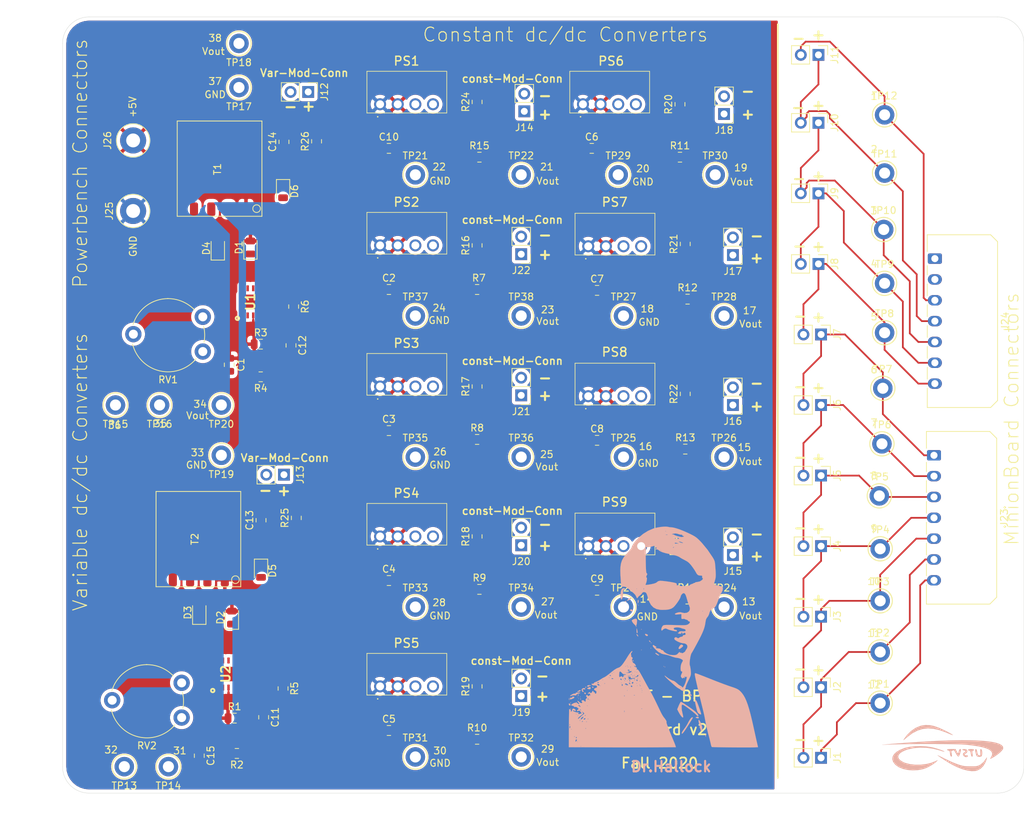
<source format=kicad_pcb>
(kicad_pcb (version 20171130) (host pcbnew "(5.1.5)-3")
  (layers (0 F.Cu signal) (31 B.Cu signal) (34 B.Paste user) (35 F.Paste user) (36 B.SilkS user hide) (37 F.SilkS user) (38 B.Mask user) (39 F.Mask user) (44 Edge.Cuts user))
  (net 0 "")
  (net 1 GND)
  (net 2 "Net-(D1-Pad1)")
  (net 3 "Net-(D2-Pad1)")
  (net 4 "Net-(D3-Pad2)")
  (net 5 "Net-(D4-Pad2)")
  (net 6 "Net-(D5-Pad2)")
  (net 7 "Net-(D6-Pad2)")
  (net 8 "Net-(J1-Pad2)")
  (net 9 "Net-(J1-Pad1)")
  (net 10 "Net-(J2-Pad2)")
  (net 11 "Net-(J23-Pad4)")
  (net 12 "Net-(J23-Pad3)")
  (net 13 "Net-(J23-Pad2)")
  (net 14 "Net-(J23-Pad1)")
  (net 15 "Net-(J24-Pad7)")
  (net 16 "Net-(J24-Pad6)")
  (net 17 "Net-(J10-Pad1)")
  (net 18 "Net-(J10-Pad2)")
  (net 19 "Net-(J11-Pad2)")
  (net 20 "Net-(J24-Pad2)")
  (net 21 "Net-(J24-Pad1)")
  (net 22 +5V)
  (net 23 "Net-(RV1-Pad3)")
  (net 24 "Net-(RV2-Pad3)")
  (net 25 "Net-(U1-Pad9)")
  (net 26 "Net-(U1-Pad6)")
  (net 27 "Net-(U2-Pad9)")
  (net 28 "Net-(U2-Pad6)")
  (net 29 "Net-(C11-Pad1)")
  (net 30 "Net-(C12-Pad1)")
  (net 31 "Net-(C13-Pad1)")
  (net 32 "Net-(C14-Pad1)")
  (net 33 "Net-(J12-Pad1)")
  (net 34 "Net-(J13-Pad1)")
  (net 35 "Net-(J14-Pad2)")
  (net 36 "Net-(J14-Pad1)")
  (net 37 "Net-(J15-Pad2)")
  (net 38 "Net-(J15-Pad1)")
  (net 39 "Net-(J16-Pad2)")
  (net 40 "Net-(J16-Pad1)")
  (net 41 "Net-(J17-Pad2)")
  (net 42 "Net-(J17-Pad1)")
  (net 43 "Net-(J18-Pad2)")
  (net 44 "Net-(J18-Pad1)")
  (net 45 "Net-(J19-Pad2)")
  (net 46 "Net-(J19-Pad1)")
  (net 47 "Net-(J20-Pad2)")
  (net 48 "Net-(J20-Pad1)")
  (net 49 "Net-(J21-Pad2)")
  (net 50 "Net-(J21-Pad1)")
  (net 51 "Net-(J22-Pad2)")
  (net 52 "Net-(J22-Pad1)")
  (net 53 "Net-(PS1-Pad4)")
  (net 54 "Net-(PS2-Pad4)")
  (net 55 "Net-(PS3-Pad4)")
  (net 56 "Net-(PS4-Pad4)")
  (net 57 "Net-(PS5-Pad4)")
  (net 58 "Net-(PS6-Pad4)")
  (net 59 "Net-(PS7-Pad4)")
  (net 60 "Net-(PS8-Pad4)")
  (net 61 "Net-(PS9-Pad4)")
  (net 62 "Net-(R1-Pad2)")
  (net 63 "Net-(R3-Pad2)")
  (net 64 "Net-(R5-Pad1)")
  (net 65 "Net-(R6-Pad1)")
  (net 66 "Net-(C13-Pad2)")
  (net 67 "Net-(C14-Pad2)")
  (net 68 "Net-(RV1-Pad1)")
  (net 69 "Net-(RV2-Pad1)")
  (module Potentiometer_THT:Potentiometer_Piher_PT-10-V10_Vertical (layer F.Cu) (at 100.203 71.12 180)
    (fp_text reference RV1 (at 5 -9.05) (layer F.SilkS))
    (fp_text value R_POT)
    (pad 1 thru_hole circle (at 0 0 180) (size 2.34 2.34) (drill 1.3) (layers *.Cu *.Mask) (net 68 "Net-(RV1-Pad1)"))
    (pad 2 thru_hole circle (at 10 -2.5 180) (size 2.34 2.34) (drill 1.3) (layers *.Cu *.Mask) (net 5 "Net-(D4-Pad2)"))
    (pad 3 thru_hole circle (at 0 -5 180) (size 2.34 2.34) (drill 1.3) (layers *.Cu *.Mask) (net 23 "Net-(RV1-Pad3)"))
  )
  (module RFM-5050s:RFM0505S (layer F.Cu) (at 155.702 104.14)
    (fp_text reference PS9 (at 3.81 -6.35) (layer F.SilkS) (effects (font (size 1.27 1.27) (thickness 0.2))))
    (fp_text value RFM-0505S hide)
    (pad 4 thru_hole circle (at 7.62 0) (size 1.725 1.725) (drill 1.15) (layers *.Cu *.Mask) (net 61 "Net-(PS9-Pad4)"))
    (pad 3 thru_hole circle (at 5.08 0) (size 1.725 1.725) (drill 1.15) (layers *.Cu *.Mask) (net 37 "Net-(J15-Pad2)"))
    (pad 2 thru_hole circle (at 2.54 0) (size 1.725 1.725) (drill 1.15) (layers *.Cu *.Mask) (net 22 +5V))
    (pad 1 thru_hole circle (at 0 0) (size 1.725 1.725) (drill 1.15) (layers *.Cu *.Mask) (net 1 GND))
  )
  (module Connector_Molex:Molex_Micro-Fit_3.0_43650-0700_1x07_P3.00mm_Horizontal (layer F.Cu) (at 205.613 62.738 270)
    (fp_text reference J24 (at 9 -10.12 90) (layer F.SilkS))
    (fp_text value Conn_01x07)
    (pad 7 thru_hole oval (at 18 0 270) (size 1.5 2.02) (drill 1.02) (layers *.Cu *.Mask) (net 15 "Net-(J24-Pad7)"))
    (pad 6 thru_hole oval (at 15 0 270) (size 1.5 2.02) (drill 1.02) (layers *.Cu *.Mask) (net 16 "Net-(J24-Pad6)"))
    (pad 5 thru_hole oval (at 12 0 270) (size 1.5 2.02) (drill 1.02) (layers *.Cu *.Mask) (net 17 "Net-(J10-Pad1)"))
    (pad 4 thru_hole oval (at 9 0 270) (size 1.5 2.02) (drill 1.02) (layers *.Cu *.Mask) (net 18 "Net-(J10-Pad2)"))
    (pad 3 thru_hole oval (at 6 0 270) (size 1.5 2.02) (drill 1.02) (layers *.Cu *.Mask) (net 19 "Net-(J11-Pad2)"))
    (pad 2 thru_hole oval (at 3 0 270) (size 1.5 2.02) (drill 1.02) (layers *.Cu *.Mask) (net 20 "Net-(J24-Pad2)"))
    (pad 1 thru_hole roundrect (at 0 0 270) (size 1.5 2.02) (drill 1.02) (layers *.Cu *.Mask) (roundrect_rratio 0.166667) (net 21 "Net-(J24-Pad1)"))
    (pad "" np_thru_hole circle (at 15.85 -4.32 270) (size 3 3) (drill 3) (layers *.Cu *.Mask))
    (pad "" np_thru_hole circle (at 2.15 -4.32 270) (size 3 3) (drill 3) (layers *.Cu *.Mask))
  )
  (module Connector_Molex:Molex_Micro-Fit_3.0_43650-0700_1x07_P3.00mm_Horizontal (layer F.Cu) (at 205.486 91.059 270)
    (fp_text reference J23 (at 9 -10.12 90) (layer F.SilkS))
    (fp_text value Conn_01x07)
    (pad 7 thru_hole oval (at 18 0 270) (size 1.5 2.02) (drill 1.02) (layers *.Cu *.Mask) (net 9 "Net-(J1-Pad1)"))
    (pad 6 thru_hole oval (at 15 0 270) (size 1.5 2.02) (drill 1.02) (layers *.Cu *.Mask) (net 8 "Net-(J1-Pad2)"))
    (pad 5 thru_hole oval (at 12 0 270) (size 1.5 2.02) (drill 1.02) (layers *.Cu *.Mask) (net 10 "Net-(J2-Pad2)"))
    (pad 4 thru_hole oval (at 9 0 270) (size 1.5 2.02) (drill 1.02) (layers *.Cu *.Mask) (net 11 "Net-(J23-Pad4)"))
    (pad 3 thru_hole oval (at 6 0 270) (size 1.5 2.02) (drill 1.02) (layers *.Cu *.Mask) (net 12 "Net-(J23-Pad3)"))
    (pad 2 thru_hole oval (at 3 0 270) (size 1.5 2.02) (drill 1.02) (layers *.Cu *.Mask) (net 13 "Net-(J23-Pad2)"))
    (pad 1 thru_hole roundrect (at 0 0 270) (size 1.5 2.02) (drill 1.02) (layers *.Cu *.Mask) (roundrect_rratio 0.166667) (net 14 "Net-(J23-Pad1)"))
    (pad "" np_thru_hole circle (at 15.85 -4.32 270) (size 3 3) (drill 3) (layers *.Cu *.Mask))
    (pad "" np_thru_hole circle (at 2.15 -4.32 270) (size 3 3) (drill 3) (layers *.Cu *.Mask))
  )
  (module Connector_PinHeader_2.54mm:PinHeader_1x02_P2.54mm_Vertical (layer F.Cu) (at 146.05 62.103 180)
    (fp_text reference J22 (at 0 -2.33) (layer F.SilkS))
    (fp_text value Conn_01x02)
    (pad 2 thru_hole oval (at 0 2.54 180) (size 1.7 1.7) (drill 1) (layers *.Cu *.Mask) (net 51 "Net-(J22-Pad2)"))
    (pad 1 thru_hole rect (at 0 0 180) (size 1.7 1.7) (drill 1) (layers *.Cu *.Mask) (net 52 "Net-(J22-Pad1)"))
  )
  (module Connector_PinHeader_2.54mm:PinHeader_1x02_P2.54mm_Vertical (layer F.Cu) (at 146.05 82.423 180)
    (fp_text reference J21 (at 0 -2.33) (layer F.SilkS))
    (fp_text value Conn_01x02)
    (pad 2 thru_hole oval (at 0 2.54 180) (size 1.7 1.7) (drill 1) (layers *.Cu *.Mask) (net 49 "Net-(J21-Pad2)"))
    (pad 1 thru_hole rect (at 0 0 180) (size 1.7 1.7) (drill 1) (layers *.Cu *.Mask) (net 50 "Net-(J21-Pad1)"))
  )
  (module Connector_PinHeader_2.54mm:PinHeader_1x02_P2.54mm_Vertical (layer F.Cu) (at 146.05 104.013 180)
    (fp_text reference J20 (at 0 -2.33) (layer F.SilkS))
    (fp_text value Conn_01x02)
    (pad 2 thru_hole oval (at 0 2.54 180) (size 1.7 1.7) (drill 1) (layers *.Cu *.Mask) (net 47 "Net-(J20-Pad2)"))
    (pad 1 thru_hole rect (at 0 0 180) (size 1.7 1.7) (drill 1) (layers *.Cu *.Mask) (net 48 "Net-(J20-Pad1)"))
  )
  (module Connector_PinHeader_2.54mm:PinHeader_1x02_P2.54mm_Vertical (layer F.Cu) (at 146.05 125.73 180)
    (fp_text reference J19 (at 0 -2.33) (layer F.SilkS))
    (fp_text value Conn_01x02)
    (pad 2 thru_hole oval (at 0 2.54 180) (size 1.7 1.7) (drill 1) (layers *.Cu *.Mask) (net 45 "Net-(J19-Pad2)"))
    (pad 1 thru_hole rect (at 0 0 180) (size 1.7 1.7) (drill 1) (layers *.Cu *.Mask) (net 46 "Net-(J19-Pad1)"))
  )
  (module Connector_PinHeader_2.54mm:PinHeader_1x02_P2.54mm_Vertical (layer F.Cu) (at 175.26 41.91 180)
    (fp_text reference J18 (at 0 -2.33) (layer F.SilkS))
    (fp_text value Conn_01x02)
    (pad 2 thru_hole oval (at 0 2.54 180) (size 1.7 1.7) (drill 1) (layers *.Cu *.Mask) (net 43 "Net-(J18-Pad2)"))
    (pad 1 thru_hole rect (at 0 0 180) (size 1.7 1.7) (drill 1) (layers *.Cu *.Mask) (net 44 "Net-(J18-Pad1)"))
  )
  (module Connector_PinHeader_2.54mm:PinHeader_1x02_P2.54mm_Vertical (layer F.Cu) (at 176.53 62.23 180)
    (fp_text reference J17 (at 0 -2.33) (layer F.SilkS))
    (fp_text value Conn_01x02)
    (pad 2 thru_hole oval (at 0 2.54 180) (size 1.7 1.7) (drill 1) (layers *.Cu *.Mask) (net 41 "Net-(J17-Pad2)"))
    (pad 1 thru_hole rect (at 0 0 180) (size 1.7 1.7) (drill 1) (layers *.Cu *.Mask) (net 42 "Net-(J17-Pad1)"))
  )
  (module Connector_PinHeader_2.54mm:PinHeader_1x02_P2.54mm_Vertical (layer F.Cu) (at 176.53 83.82 180)
    (fp_text reference J16 (at 0 -2.33) (layer F.SilkS))
    (fp_text value Conn_01x02)
    (pad 2 thru_hole oval (at 0 2.54 180) (size 1.7 1.7) (drill 1) (layers *.Cu *.Mask) (net 39 "Net-(J16-Pad2)"))
    (pad 1 thru_hole rect (at 0 0 180) (size 1.7 1.7) (drill 1) (layers *.Cu *.Mask) (net 40 "Net-(J16-Pad1)"))
  )
  (module Connector_PinHeader_2.54mm:PinHeader_1x02_P2.54mm_Vertical (layer F.Cu) (at 176.53 105.41 180)
    (fp_text reference J15 (at 0 -2.33) (layer F.SilkS))
    (fp_text value Conn_01x02)
    (pad 2 thru_hole oval (at 0 2.54 180) (size 1.7 1.7) (drill 1) (layers *.Cu *.Mask) (net 37 "Net-(J15-Pad2)"))
    (pad 1 thru_hole rect (at 0 0 180) (size 1.7 1.7) (drill 1) (layers *.Cu *.Mask) (net 38 "Net-(J15-Pad1)"))
  )
  (module Connector_PinHeader_2.54mm:PinHeader_1x02_P2.54mm_Vertical (layer F.Cu) (at 146.4945 41.529 180)
    (fp_text reference J14 (at 0 -2.33) (layer F.SilkS))
    (fp_text value Conn_01x02)
    (pad 2 thru_hole oval (at 0 2.54 180) (size 1.7 1.7) (drill 1) (layers *.Cu *.Mask) (net 35 "Net-(J14-Pad2)"))
    (pad 1 thru_hole rect (at 0 0 180) (size 1.7 1.7) (drill 1) (layers *.Cu *.Mask) (net 36 "Net-(J14-Pad1)"))
  )
  (module Connector_PinHeader_2.54mm:PinHeader_1x02_P2.54mm_Vertical (layer F.Cu) (at 111.887 93.853 270)
    (fp_text reference J13 (at 0 -2.33 90) (layer F.SilkS))
    (fp_text value Conn_01x02)
    (pad 2 thru_hole oval (at 0 2.54 270) (size 1.7 1.7) (drill 1) (layers *.Cu *.Mask) (net 66 "Net-(C13-Pad2)"))
    (pad 1 thru_hole rect (at 0 0 270) (size 1.7 1.7) (drill 1) (layers *.Cu *.Mask) (net 34 "Net-(J13-Pad1)"))
  )
  (module Connector_PinHeader_2.54mm:PinHeader_1x02_P2.54mm_Vertical (layer F.Cu) (at 115.3795 38.735 270)
    (fp_text reference J12 (at 0 -2.33 90) (layer F.SilkS))
    (fp_text value Conn_01x02)
    (pad 2 thru_hole oval (at 0 2.54 270) (size 1.7 1.7) (drill 1) (layers *.Cu *.Mask) (net 67 "Net-(C14-Pad2)"))
    (pad 1 thru_hole rect (at 0 0 270) (size 1.7 1.7) (drill 1) (layers *.Cu *.Mask) (net 33 "Net-(J12-Pad1)"))
  )
  (module Connector_PinHeader_2.54mm:PinHeader_1x02_P2.54mm_Vertical (layer F.Cu) (at 188.849 33.401 270)
    (fp_text reference J11 (at 0 -2.33 90) (layer F.SilkS))
    (fp_text value Conn_01x02)
    (pad 2 thru_hole oval (at 0 2.54 270) (size 1.7 1.7) (drill 1) (layers *.Cu *.Mask) (net 19 "Net-(J11-Pad2)"))
    (pad 1 thru_hole rect (at 0 0 270) (size 1.7 1.7) (drill 1) (layers *.Cu *.Mask) (net 18 "Net-(J10-Pad2)"))
  )
  (module Connector_PinHeader_2.54mm:PinHeader_1x02_P2.54mm_Vertical (layer F.Cu) (at 188.849 43.18 270)
    (fp_text reference J10 (at 0 -2.33 90) (layer F.SilkS))
    (fp_text value Conn_01x02)
    (pad 2 thru_hole oval (at 0 2.54 270) (size 1.7 1.7) (drill 1) (layers *.Cu *.Mask) (net 18 "Net-(J10-Pad2)"))
    (pad 1 thru_hole rect (at 0 0 270) (size 1.7 1.7) (drill 1) (layers *.Cu *.Mask) (net 17 "Net-(J10-Pad1)"))
  )
  (module Connector_PinHeader_2.54mm:PinHeader_1x02_P2.54mm_Vertical (layer F.Cu) (at 188.849 53.34 270)
    (fp_text reference J9 (at 0 -2.33 90) (layer F.SilkS))
    (fp_text value Conn_01x02)
    (pad 2 thru_hole oval (at 0 2.54 270) (size 1.7 1.7) (drill 1) (layers *.Cu *.Mask) (net 17 "Net-(J10-Pad1)"))
    (pad 1 thru_hole rect (at 0 0 270) (size 1.7 1.7) (drill 1) (layers *.Cu *.Mask) (net 16 "Net-(J24-Pad6)"))
  )
  (module Connector_PinHeader_2.54mm:PinHeader_1x02_P2.54mm_Vertical (layer F.Cu) (at 188.849 63.5 270)
    (fp_text reference J8 (at 0 -2.33 90) (layer F.SilkS))
    (fp_text value Conn_01x02)
    (pad 2 thru_hole oval (at 0 2.54 270) (size 1.7 1.7) (drill 1) (layers *.Cu *.Mask) (net 16 "Net-(J24-Pad6)"))
    (pad 1 thru_hole rect (at 0 0 270) (size 1.7 1.7) (drill 1) (layers *.Cu *.Mask) (net 15 "Net-(J24-Pad7)"))
  )
  (module Connector_PinHeader_2.54mm:PinHeader_1x02_P2.54mm_Vertical (layer F.Cu) (at 189.23 73.66 270)
    (fp_text reference J7 (at 0 -2.33 90) (layer F.SilkS))
    (fp_text value Conn_01x02)
    (pad 2 thru_hole oval (at 0 2.54 270) (size 1.7 1.7) (drill 1) (layers *.Cu *.Mask) (net 15 "Net-(J24-Pad7)"))
    (pad 1 thru_hole rect (at 0 0 270) (size 1.7 1.7) (drill 1) (layers *.Cu *.Mask) (net 14 "Net-(J23-Pad1)"))
  )
  (module Connector_PinHeader_2.54mm:PinHeader_1x02_P2.54mm_Vertical (layer F.Cu) (at 189.23 83.82 270)
    (fp_text reference J6 (at 0 -2.33 90) (layer F.SilkS))
    (fp_text value Conn_01x02)
    (pad 2 thru_hole oval (at 0 2.54 270) (size 1.7 1.7) (drill 1) (layers *.Cu *.Mask) (net 14 "Net-(J23-Pad1)"))
    (pad 1 thru_hole rect (at 0 0 270) (size 1.7 1.7) (drill 1) (layers *.Cu *.Mask) (net 13 "Net-(J23-Pad2)"))
  )
  (module Connector_PinHeader_2.54mm:PinHeader_1x02_P2.54mm_Vertical (layer F.Cu) (at 189.23 93.98 270)
    (fp_text reference J5 (at 0 -2.33 90) (layer F.SilkS))
    (fp_text value Conn_01x02)
    (pad 2 thru_hole oval (at 0 2.54 270) (size 1.7 1.7) (drill 1) (layers *.Cu *.Mask) (net 13 "Net-(J23-Pad2)"))
    (pad 1 thru_hole rect (at 0 0 270) (size 1.7 1.7) (drill 1) (layers *.Cu *.Mask) (net 12 "Net-(J23-Pad3)"))
  )
  (module Connector_PinHeader_2.54mm:PinHeader_1x02_P2.54mm_Vertical (layer F.Cu) (at 189.23 104.14 270)
    (fp_text reference J4 (at 0 -2.33 90) (layer F.SilkS))
    (fp_text value Conn_01x02)
    (pad 2 thru_hole oval (at 0 2.54 270) (size 1.7 1.7) (drill 1) (layers *.Cu *.Mask) (net 12 "Net-(J23-Pad3)"))
    (pad 1 thru_hole rect (at 0 0 270) (size 1.7 1.7) (drill 1) (layers *.Cu *.Mask) (net 11 "Net-(J23-Pad4)"))
  )
  (module Connector_PinHeader_2.54mm:PinHeader_1x02_P2.54mm_Vertical (layer F.Cu) (at 189.23 114.3 270)
    (fp_text reference J3 (at 0 -2.33 90) (layer F.SilkS))
    (fp_text value Conn_01x02)
    (pad 2 thru_hole oval (at 0 2.54 270) (size 1.7 1.7) (drill 1) (layers *.Cu *.Mask) (net 11 "Net-(J23-Pad4)"))
    (pad 1 thru_hole rect (at 0 0 270) (size 1.7 1.7) (drill 1) (layers *.Cu *.Mask) (net 10 "Net-(J2-Pad2)"))
  )
  (module Connector_PinHeader_2.54mm:PinHeader_1x02_P2.54mm_Vertical (layer F.Cu) (at 189.23 124.46 270)
    (fp_text reference J2 (at 0 -2.33 90) (layer F.SilkS))
    (fp_text value Conn_01x02)
    (pad 2 thru_hole oval (at 0 2.54 270) (size 1.7 1.7) (drill 1) (layers *.Cu *.Mask) (net 10 "Net-(J2-Pad2)"))
    (pad 1 thru_hole rect (at 0 0 270) (size 1.7 1.7) (drill 1) (layers *.Cu *.Mask) (net 8 "Net-(J1-Pad2)"))
  )
  (module Connector_PinHeader_2.54mm:PinHeader_1x02_P2.54mm_Vertical (layer F.Cu) (at 189.23 134.62 270)
    (fp_text reference J1 (at 0 -2.33 90) (layer F.SilkS))
    (fp_text value Conn_01x02)
    (pad 2 thru_hole oval (at 0 2.54 270) (size 1.7 1.7) (drill 1) (layers *.Cu *.Mask) (net 8 "Net-(J1-Pad2)"))
    (pad 1 thru_hole rect (at 0 0 270) (size 1.7 1.7) (drill 1) (layers *.Cu *.Mask) (net 9 "Net-(J1-Pad1)"))
  )
  (module TestPoint:TestPoint_Keystone_5005-5009_Compact (layer F.Cu) (at 95.25 135.89 180)
    (fp_text reference TP14 (at 0 -2.75) (layer F.SilkS))
    (fp_text value Pot1-TestPoint2)
    (pad 1 thru_hole circle (at 0 0 180) (size 2.8 2.8) (drill 1.6) (layers *.Cu *.Mask) (net 24 "Net-(RV2-Pad3)"))
  )
  (module UTSVT_Special:UTSVT_Logo_Symbol (layer B.Cu) (at 207.01 133.35 180)
    (fp_text reference LOGO2 hide)
    (fp_text value UTSVT_Logo hide)
  )
  (module TestPoint:TestPoint_Keystone_5005-5009_Compact (layer F.Cu) (at 88.9 135.89 180)
    (fp_text reference TP13 (at 0 -2.75) (layer F.SilkS))
    (fp_text value Pot1-TestPoint1)
    (pad 1 thru_hole circle (at 0 0 180) (size 2.8 2.8) (drill 1.6) (layers *.Cu *.Mask) (net 4 "Net-(D3-Pad2)"))
  )
  (module UTSVT_Special:Hallock_Image (layer B.Cu) (at 167.64 116.84 180)
    (fp_text reference LOGO1 hide)
    (fp_text value Hallock hide)
  )
  (module Connector:Banana_Jack_1Pin (layer F.Cu) (at 90.17 55.88 90)
    (fp_text reference J25 (at 0 -3.429 90) (layer F.SilkS))
    (fp_text value Conn_01x01)
    (pad 1 thru_hole circle (at 0 0 90) (size 3.75 3.75) (drill 2) (layers *.Cu *.Mask) (net 1 GND))
  )
  (module Connector:Banana_Jack_1Pin (layer F.Cu) (at 90.17 45.72 90)
    (fp_text reference J26 (at 0 -3.683 90) (layer F.SilkS))
    (fp_text value Conn_01x01)
    (pad 1 thru_hole circle (at 0 0 90) (size 3.75 3.75) (drill 2) (layers *.Cu *.Mask) (net 22 +5V))
  )
  (module Resistor_SMD:R_0805_2012Metric (layer F.Cu) (at 139.7 60.833 90)
    (fp_text reference R16 (at 0 -1.65 90) (layer F.SilkS))
    (fp_text value 720)
    (pad 2 smd roundrect (at 0.9375 0 90) (size 0.975 1.4) (layers F.Cu F.Paste F.Mask) (net 51 "Net-(J22-Pad2)"))
    (pad 1 smd roundrect (at -0.9375 0 90) (size 0.975 1.4) (layers F.Cu F.Paste F.Mask) (net 52 "Net-(J22-Pad1)"))
  )
  (module Resistor_SMD:R_0805_2012Metric (layer F.Cu) (at 139.7 81.153 90)
    (fp_text reference R17 (at 0 -1.65 90) (layer F.SilkS))
    (fp_text value 720)
    (pad 2 smd roundrect (at 0.9375 0 90) (size 0.975 1.4) (layers F.Cu F.Paste F.Mask) (net 49 "Net-(J21-Pad2)"))
    (pad 1 smd roundrect (at -0.9375 0 90) (size 0.975 1.4) (layers F.Cu F.Paste F.Mask) (net 50 "Net-(J21-Pad1)"))
  )
  (module Resistor_SMD:R_0805_2012Metric (layer F.Cu) (at 139.7 124.333 90)
    (fp_text reference R19 (at 0 -1.65 90) (layer F.SilkS))
    (fp_text value 720)
    (pad 2 smd roundrect (at 0.9375 0 90) (size 0.975 1.4) (layers F.Cu F.Paste F.Mask) (net 45 "Net-(J19-Pad2)"))
    (pad 1 smd roundrect (at -0.9375 0 90) (size 0.975 1.4) (layers F.Cu F.Paste F.Mask) (net 46 "Net-(J19-Pad1)"))
  )
  (module Resistor_SMD:R_0805_2012Metric (layer F.Cu) (at 139.7 102.743 90)
    (fp_text reference R18 (at 0 -1.65 90) (layer F.SilkS))
    (fp_text value 720)
    (pad 2 smd roundrect (at 0.9375 0 90) (size 0.975 1.4) (layers F.Cu F.Paste F.Mask) (net 47 "Net-(J20-Pad2)"))
    (pad 1 smd roundrect (at -0.9375 0 90) (size 0.975 1.4) (layers F.Cu F.Paste F.Mask) (net 48 "Net-(J20-Pad1)"))
  )
  (module Capacitor_SMD:C_0805_2012Metric (layer F.Cu) (at 127 130.683)
    (fp_text reference C5 (at 0 -1.65) (layer F.SilkS))
    (fp_text value 6.8u)
    (pad 2 smd roundrect (at 0.9375 0) (size 0.975 1.4) (layers F.Cu F.Paste F.Mask) (net 22 +5V))
    (pad 1 smd roundrect (at -0.9375 0) (size 0.975 1.4) (layers F.Cu F.Paste F.Mask) (net 1 GND))
  )
  (module Capacitor_SMD:C_0805_2012Metric (layer F.Cu) (at 127 109.093)
    (fp_text reference C4 (at 0 -1.65) (layer F.SilkS))
    (fp_text value 6.8u)
    (pad 2 smd roundrect (at 0.9375 0) (size 0.975 1.4) (layers F.Cu F.Paste F.Mask) (net 22 +5V))
    (pad 1 smd roundrect (at -0.9375 0) (size 0.975 1.4) (layers F.Cu F.Paste F.Mask) (net 1 GND))
  )
  (module Resistor_SMD:R_0805_2012Metric (layer F.Cu) (at 139.7 67.183)
    (fp_text reference R7 (at 0.254 -1.65) (layer F.SilkS))
    (fp_text value 280)
    (pad 2 smd roundrect (at 0.9375 0) (size 0.975 1.4) (layers F.Cu F.Paste F.Mask) (net 52 "Net-(J22-Pad1)"))
    (pad 1 smd roundrect (at -0.9375 0) (size 0.975 1.4) (layers F.Cu F.Paste F.Mask) (net 54 "Net-(PS2-Pad4)"))
  )
  (module Resistor_SMD:R_0805_2012Metric (layer F.Cu) (at 139.7 131.953)
    (fp_text reference R10 (at 0 -1.65) (layer F.SilkS))
    (fp_text value 280)
    (pad 2 smd roundrect (at 0.9375 0) (size 0.975 1.4) (layers F.Cu F.Paste F.Mask) (net 46 "Net-(J19-Pad1)"))
    (pad 1 smd roundrect (at -0.9375 0) (size 0.975 1.4) (layers F.Cu F.Paste F.Mask) (net 57 "Net-(PS5-Pad4)"))
  )
  (module Capacitor_SMD:C_0805_2012Metric (layer F.Cu) (at 127 87.503)
    (fp_text reference C3 (at 0 -1.65) (layer F.SilkS))
    (fp_text value 6.8u)
    (pad 2 smd roundrect (at 0.9375 0) (size 0.975 1.4) (layers F.Cu F.Paste F.Mask) (net 22 +5V))
    (pad 1 smd roundrect (at -0.9375 0) (size 0.975 1.4) (layers F.Cu F.Paste F.Mask) (net 1 GND))
  )
  (module Resistor_SMD:R_0805_2012Metric (layer F.Cu) (at 140.0325 110.363)
    (fp_text reference R9 (at 0 -1.65) (layer F.SilkS))
    (fp_text value 280)
    (pad 2 smd roundrect (at 0.9375 0) (size 0.975 1.4) (layers F.Cu F.Paste F.Mask) (net 48 "Net-(J20-Pad1)"))
    (pad 1 smd roundrect (at -0.9375 0) (size 0.975 1.4) (layers F.Cu F.Paste F.Mask) (net 56 "Net-(PS4-Pad4)"))
  )
  (module Resistor_SMD:R_0805_2012Metric (layer F.Cu) (at 139.7 88.773)
    (fp_text reference R8 (at 0 -1.65) (layer F.SilkS))
    (fp_text value 280)
    (pad 2 smd roundrect (at 0.9375 0) (size 0.975 1.4) (layers F.Cu F.Paste F.Mask) (net 50 "Net-(J21-Pad1)"))
    (pad 1 smd roundrect (at -0.9375 0) (size 0.975 1.4) (layers F.Cu F.Paste F.Mask) (net 55 "Net-(PS3-Pad4)"))
  )
  (module Capacitor_SMD:C_0805_2012Metric (layer F.Cu) (at 127 67.183)
    (fp_text reference C2 (at 0 -1.65) (layer F.SilkS))
    (fp_text value 6.8u)
    (pad 2 smd roundrect (at 0.9375 0) (size 0.975 1.4) (layers F.Cu F.Paste F.Mask) (net 22 +5V))
    (pad 1 smd roundrect (at -0.9375 0) (size 0.975 1.4) (layers F.Cu F.Paste F.Mask) (net 1 GND))
  )
  (module RFM-5050s:RFM0505S (layer F.Cu) (at 125.73 81.153)
    (fp_text reference PS3 (at 3.81 -6.223) (layer F.SilkS) (effects (font (size 1.27 1.27) (thickness 0.2))))
    (fp_text value RFM-0505S hide)
    (pad 4 thru_hole circle (at 7.62 0) (size 1.725 1.725) (drill 1.15) (layers *.Cu *.Mask) (net 55 "Net-(PS3-Pad4)"))
    (pad 3 thru_hole circle (at 5.08 0) (size 1.725 1.725) (drill 1.15) (layers *.Cu *.Mask) (net 49 "Net-(J21-Pad2)"))
    (pad 2 thru_hole circle (at 2.54 0) (size 1.725 1.725) (drill 1.15) (layers *.Cu *.Mask) (net 22 +5V))
    (pad 1 thru_hole circle (at 0 0) (size 1.725 1.725) (drill 1.15) (layers *.Cu *.Mask) (net 1 GND))
  )
  (module RFM-5050s:RFM0505S (layer F.Cu) (at 125.73 124.333)
    (fp_text reference PS5 (at 3.81 -6.223) (layer F.SilkS) (effects (font (size 1.27 1.27) (thickness 0.2))))
    (fp_text value RFM-0505S hide)
    (pad 4 thru_hole circle (at 7.62 0) (size 1.725 1.725) (drill 1.15) (layers *.Cu *.Mask) (net 57 "Net-(PS5-Pad4)"))
    (pad 3 thru_hole circle (at 5.08 0) (size 1.725 1.725) (drill 1.15) (layers *.Cu *.Mask) (net 45 "Net-(J19-Pad2)"))
    (pad 2 thru_hole circle (at 2.54 0) (size 1.725 1.725) (drill 1.15) (layers *.Cu *.Mask) (net 22 +5V))
    (pad 1 thru_hole circle (at 0 0) (size 1.725 1.725) (drill 1.15) (layers *.Cu *.Mask) (net 1 GND))
  )
  (module TestPoint:TestPoint_Keystone_5005-5009_Compact (layer F.Cu) (at 146.05 134.493)
    (fp_text reference TP32 (at 0 -2.75) (layer F.SilkS))
    (fp_text value ConstMod6-Vout)
    (pad 1 thru_hole circle (at 0 0) (size 2.8 2.8) (drill 1.6) (layers *.Cu *.Mask) (net 46 "Net-(J19-Pad1)"))
  )
  (module TestPoint:TestPoint_Keystone_5005-5009_Compact (layer F.Cu) (at 146.05 91.313)
    (fp_text reference TP36 (at 0 -2.75) (layer F.SilkS))
    (fp_text value ConstMod8-Vout)
    (pad 1 thru_hole circle (at 0 0) (size 2.8 2.8) (drill 1.6) (layers *.Cu *.Mask) (net 50 "Net-(J21-Pad1)"))
  )
  (module TestPoint:TestPoint_Keystone_5005-5009_Compact (layer F.Cu) (at 130.81 134.493)
    (fp_text reference TP31 (at 0 -2.75) (layer F.SilkS))
    (fp_text value ConstMod6-GND)
    (pad 1 thru_hole circle (at 0 0) (size 2.8 2.8) (drill 1.6) (layers *.Cu *.Mask) (net 45 "Net-(J19-Pad2)"))
  )
  (module TestPoint:TestPoint_Keystone_5005-5009_Compact (layer F.Cu) (at 146.05 70.993)
    (fp_text reference TP38 (at 0 -2.75) (layer F.SilkS))
    (fp_text value ConstMod9-Vout)
    (pad 1 thru_hole circle (at 0 0) (size 2.8 2.8) (drill 1.6) (layers *.Cu *.Mask) (net 52 "Net-(J22-Pad1)"))
  )
  (module TestPoint:TestPoint_Keystone_5005-5009_Compact (layer F.Cu) (at 130.81 112.903)
    (fp_text reference TP33 (at 0 -2.75) (layer F.SilkS))
    (fp_text value ConstMod7-GND)
    (pad 1 thru_hole circle (at 0 0) (size 2.8 2.8) (drill 1.6) (layers *.Cu *.Mask) (net 47 "Net-(J20-Pad2)"))
  )
  (module RFM-5050s:RFM0505S (layer F.Cu) (at 125.73 60.833)
    (fp_text reference PS2 (at 3.81 -6.223) (layer F.SilkS) (effects (font (size 1.27 1.27) (thickness 0.2))))
    (fp_text value RFM-0505S hide)
    (pad 4 thru_hole circle (at 7.62 0) (size 1.725 1.725) (drill 1.15) (layers *.Cu *.Mask) (net 54 "Net-(PS2-Pad4)"))
    (pad 3 thru_hole circle (at 5.08 0) (size 1.725 1.725) (drill 1.15) (layers *.Cu *.Mask) (net 51 "Net-(J22-Pad2)"))
    (pad 2 thru_hole circle (at 2.54 0) (size 1.725 1.725) (drill 1.15) (layers *.Cu *.Mask) (net 22 +5V))
    (pad 1 thru_hole circle (at 0 0) (size 1.725 1.725) (drill 1.15) (layers *.Cu *.Mask) (net 1 GND))
  )
  (module TestPoint:TestPoint_Keystone_5005-5009_Compact (layer F.Cu) (at 130.81 70.993)
    (fp_text reference TP37 (at 0 -2.75) (layer F.SilkS))
    (fp_text value ConstMod9-GND)
    (pad 1 thru_hole circle (at 0 0) (size 2.8 2.8) (drill 1.6) (layers *.Cu *.Mask) (net 51 "Net-(J22-Pad2)"))
  )
  (module TestPoint:TestPoint_Keystone_5005-5009_Compact (layer F.Cu) (at 146.05 112.903)
    (fp_text reference TP34 (at 0 -2.75) (layer F.SilkS))
    (fp_text value ConstMod7-Vout)
    (pad 1 thru_hole circle (at 0 0) (size 2.8 2.8) (drill 1.6) (layers *.Cu *.Mask) (net 48 "Net-(J20-Pad1)"))
  )
  (module RFM-5050s:RFM0505S (layer F.Cu) (at 125.73 102.743)
    (fp_text reference PS4 (at 3.81 -6.223) (layer F.SilkS) (effects (font (size 1.27 1.27) (thickness 0.2))))
    (fp_text value RFM-0505S hide)
    (pad 4 thru_hole circle (at 7.62 0) (size 1.725 1.725) (drill 1.15) (layers *.Cu *.Mask) (net 56 "Net-(PS4-Pad4)"))
    (pad 3 thru_hole circle (at 5.08 0) (size 1.725 1.725) (drill 1.15) (layers *.Cu *.Mask) (net 47 "Net-(J20-Pad2)"))
    (pad 2 thru_hole circle (at 2.54 0) (size 1.725 1.725) (drill 1.15) (layers *.Cu *.Mask) (net 22 +5V))
    (pad 1 thru_hole circle (at 0 0) (size 1.725 1.725) (drill 1.15) (layers *.Cu *.Mask) (net 1 GND))
  )
  (module TestPoint:TestPoint_Keystone_5005-5009_Compact (layer F.Cu) (at 130.81 91.313)
    (fp_text reference TP35 (at 0 -2.75) (layer F.SilkS))
    (fp_text value ConstMod8-GND)
    (pad 1 thru_hole circle (at 0 0) (size 2.8 2.8) (drill 1.6) (layers *.Cu *.Mask) (net 49 "Net-(J21-Pad2)"))
  )
  (module TestPoint:TestPoint_Keystone_5005-5009_Compact (layer F.Cu) (at 130.81 50.673)
    (fp_text reference TP21 (at 0 -2.75) (layer F.SilkS))
    (fp_text value ConstMod1-GND)
    (pad 1 thru_hole circle (at 0 0) (size 2.8 2.8) (drill 1.6) (layers *.Cu *.Mask) (net 35 "Net-(J14-Pad2)"))
  )
  (module TestPoint:TestPoint_Keystone_5005-5009_Compact (layer F.Cu) (at 146.05 50.673)
    (fp_text reference TP22 (at 0 -2.75) (layer F.SilkS))
    (fp_text value ConstMod1-Vout)
    (pad 1 thru_hole circle (at 0 0) (size 2.8 2.8) (drill 1.6) (layers *.Cu *.Mask) (net 36 "Net-(J14-Pad1)"))
  )
  (module Resistor_SMD:R_0805_2012Metric (layer F.Cu) (at 139.7 40.1805 90)
    (fp_text reference R24 (at 0 -1.65 90) (layer F.SilkS))
    (fp_text value 720)
    (pad 2 smd roundrect (at 0.9375 0 90) (size 0.975 1.4) (layers F.Cu F.Paste F.Mask) (net 35 "Net-(J14-Pad2)"))
    (pad 1 smd roundrect (at -0.9375 0 90) (size 0.975 1.4) (layers F.Cu F.Paste F.Mask) (net 36 "Net-(J14-Pad1)"))
  )
  (module Capacitor_SMD:C_0805_2012Metric (layer F.Cu) (at 127 46.863)
    (fp_text reference C10 (at 0 -1.65) (layer F.SilkS))
    (fp_text value 6.8u)
    (pad 2 smd roundrect (at 0.9375 0) (size 0.975 1.4) (layers F.Cu F.Paste F.Mask) (net 22 +5V))
    (pad 1 smd roundrect (at -0.9375 0) (size 0.975 1.4) (layers F.Cu F.Paste F.Mask) (net 1 GND))
  )
  (module Resistor_SMD:R_0805_2012Metric (layer F.Cu) (at 140.0325 48.133)
    (fp_text reference R15 (at 0 -1.65) (layer F.SilkS))
    (fp_text value 280)
    (pad 2 smd roundrect (at 0.9375 0) (size 0.975 1.4) (layers F.Cu F.Paste F.Mask) (net 36 "Net-(J14-Pad1)"))
    (pad 1 smd roundrect (at -0.9375 0) (size 0.975 1.4) (layers F.Cu F.Paste F.Mask) (net 53 "Net-(PS1-Pad4)"))
  )
  (module RFM-5050s:RFM0505S (layer F.Cu) (at 125.73 40.513)
    (fp_text reference PS1 (at 3.81 -6.223) (layer F.SilkS) (effects (font (size 1.27 1.27) (thickness 0.2))))
    (fp_text value RFM-0505S hide)
    (pad 4 thru_hole circle (at 7.62 0) (size 1.725 1.725) (drill 1.15) (layers *.Cu *.Mask) (net 53 "Net-(PS1-Pad4)"))
    (pad 3 thru_hole circle (at 5.08 0) (size 1.725 1.725) (drill 1.15) (layers *.Cu *.Mask) (net 35 "Net-(J14-Pad2)"))
    (pad 2 thru_hole circle (at 2.54 0) (size 1.725 1.725) (drill 1.15) (layers *.Cu *.Mask) (net 22 +5V))
    (pad 1 thru_hole circle (at 0 0) (size 1.725 1.725) (drill 1.15) (layers *.Cu *.Mask) (net 1 GND))
  )
  (module TestPoint:TestPoint_Keystone_5005-5009_Compact (layer F.Cu) (at 197.739 112.014)
    (fp_text reference TP3 (at 0 -2.75) (layer F.SilkS))
    (fp_text value TestPoint)
    (pad 1 thru_hole circle (at 0 0) (size 2.8 2.8) (drill 1.6) (layers *.Cu *.Mask) (net 10 "Net-(J2-Pad2)"))
  )
  (module LM5180QNGURQ1:SON80P400X400X80-9N (layer F.Cu) (at 103.505 122.555 90)
    (fp_text reference U2 (at 0 0 90) (layer F.SilkS) (effects (font (size 1.27 1.27) (thickness 0.254))))
    (fp_text value LM5180QNGURQ1 hide)
    (pad 9 smd rect (at 0 0 90) (size 2.08 3.1) (layers F.Cu F.Paste F.Mask) (net 27 "Net-(U2-Pad9)"))
    (pad 8 smd rect (at 1.95 -1.2 180) (size 0.35 0.85) (layers F.Cu F.Paste F.Mask) (net 1 GND))
    (pad 7 smd rect (at 1.95 -0.4 180) (size 0.35 0.85) (layers F.Cu F.Paste F.Mask) (net 64 "Net-(R5-Pad1)"))
    (pad 6 smd rect (at 1.95 0.4 180) (size 0.35 0.85) (layers F.Cu F.Paste F.Mask) (net 28 "Net-(U2-Pad6)"))
    (pad 5 smd rect (at 1.95 1.2 180) (size 0.35 0.85) (layers F.Cu F.Paste F.Mask) (net 29 "Net-(C11-Pad1)"))
    (pad 4 smd rect (at -1.95 1.2 180) (size 0.35 0.85) (layers F.Cu F.Paste F.Mask) (net 62 "Net-(R1-Pad2)"))
    (pad 3 smd rect (at -1.95 0.4 180) (size 0.35 0.85) (layers F.Cu F.Paste F.Mask) (net 22 +5V))
    (pad 2 smd rect (at -1.95 -0.4 180) (size 0.35 0.85) (layers F.Cu F.Paste F.Mask) (net 24 "Net-(RV2-Pad3)"))
    (pad 1 smd rect (at -1.95 -1.2 180) (size 0.35 0.85) (layers F.Cu F.Paste F.Mask) (net 4 "Net-(D3-Pad2)"))
  )
  (module LM5180QNGURQ1:SON80P400X400X80-9N (layer F.Cu) (at 107.061 68.961 90)
    (fp_text reference U1 (at 0 0 90) (layer F.SilkS) (effects (font (size 1.27 1.27) (thickness 0.254))))
    (fp_text value LM5180QNGURQ1 hide)
    (pad 9 smd rect (at 0 0 90) (size 2.08 3.1) (layers F.Cu F.Paste F.Mask) (net 25 "Net-(U1-Pad9)"))
    (pad 8 smd rect (at 1.95 -1.2 180) (size 0.35 0.85) (layers F.Cu F.Paste F.Mask) (net 1 GND))
    (pad 7 smd rect (at 1.95 -0.4 180) (size 0.35 0.85) (layers F.Cu F.Paste F.Mask) (net 65 "Net-(R6-Pad1)"))
    (pad 6 smd rect (at 1.95 0.4 180) (size 0.35 0.85) (layers F.Cu F.Paste F.Mask) (net 26 "Net-(U1-Pad6)"))
    (pad 5 smd rect (at 1.95 1.2 180) (size 0.35 0.85) (layers F.Cu F.Paste F.Mask) (net 30 "Net-(C12-Pad1)"))
    (pad 4 smd rect (at -1.95 1.2 180) (size 0.35 0.85) (layers F.Cu F.Paste F.Mask) (net 63 "Net-(R3-Pad2)"))
    (pad 3 smd rect (at -1.95 0.4 180) (size 0.35 0.85) (layers F.Cu F.Paste F.Mask) (net 22 +5V))
    (pad 2 smd rect (at -1.95 -0.4 180) (size 0.35 0.85) (layers F.Cu F.Paste F.Mask) (net 23 "Net-(RV1-Pad3)"))
    (pad 1 smd rect (at -1.95 -1.2 180) (size 0.35 0.85) (layers F.Cu F.Paste F.Mask) (net 5 "Net-(D4-Pad2)"))
  )
  (module TestPoint:TestPoint_Keystone_5005-5009_Compact (layer F.Cu) (at 173.99 50.673)
    (fp_text reference TP30 (at 0 -2.75) (layer F.SilkS))
    (fp_text value ConstMod5-Vout)
    (pad 1 thru_hole circle (at 0 0) (size 2.8 2.8) (drill 1.6) (layers *.Cu *.Mask) (net 44 "Net-(J18-Pad1)"))
  )
  (module TestPoint:TestPoint_Keystone_5005-5009_Compact (layer F.Cu) (at 160.02 50.673)
    (fp_text reference TP29 (at 0 -2.75) (layer F.SilkS))
    (fp_text value ConstMod5-GND)
    (pad 1 thru_hole circle (at 0 0) (size 2.8 2.8) (drill 1.6) (layers *.Cu *.Mask) (net 43 "Net-(J18-Pad2)"))
  )
  (module TestPoint:TestPoint_Keystone_5005-5009_Compact (layer F.Cu) (at 175.26 70.993)
    (fp_text reference TP28 (at 0 -2.75) (layer F.SilkS))
    (fp_text value ConstMod4-Vout)
    (pad 1 thru_hole circle (at 0 0) (size 2.8 2.8) (drill 1.6) (layers *.Cu *.Mask) (net 42 "Net-(J17-Pad1)"))
  )
  (module TestPoint:TestPoint_Keystone_5005-5009_Compact (layer F.Cu) (at 160.782 70.993)
    (fp_text reference TP27 (at 0 -2.75) (layer F.SilkS))
    (fp_text value ConstMod4-GND)
    (pad 1 thru_hole circle (at 0 0) (size 2.8 2.8) (drill 1.6) (layers *.Cu *.Mask) (net 41 "Net-(J17-Pad2)"))
  )
  (module TestPoint:TestPoint_Keystone_5005-5009_Compact (layer F.Cu) (at 175.26 91.313)
    (fp_text reference TP26 (at 0 -2.75) (layer F.SilkS))
    (fp_text value ConstMod3-Vout)
    (pad 1 thru_hole circle (at 0 0) (size 2.8 2.8) (drill 1.6) (layers *.Cu *.Mask) (net 40 "Net-(J16-Pad1)"))
  )
  (module TestPoint:TestPoint_Keystone_5005-5009_Compact (layer F.Cu) (at 160.782 91.313)
    (fp_text reference TP25 (at 0 -2.75) (layer F.SilkS))
    (fp_text value ConstMod3-GND)
    (pad 1 thru_hole circle (at 0 0) (size 2.8 2.8) (drill 1.6) (layers *.Cu *.Mask) (net 39 "Net-(J16-Pad2)"))
  )
  (module TestPoint:TestPoint_Keystone_5005-5009_Compact (layer F.Cu) (at 175.26 112.903)
    (fp_text reference TP24 (at 0 -2.75) (layer F.SilkS))
    (fp_text value ConstMod2-Vout)
    (pad 1 thru_hole circle (at 0 0) (size 2.8 2.8) (drill 1.6) (layers *.Cu *.Mask) (net 38 "Net-(J15-Pad1)"))
  )
  (module TestPoint:TestPoint_Keystone_5005-5009_Compact (layer F.Cu) (at 160.782 112.903)
    (fp_text reference TP23 (at 0 -2.75) (layer F.SilkS))
    (fp_text value ConstMod2-GND)
    (pad 1 thru_hole circle (at 0 0) (size 2.8 2.8) (drill 1.6) (layers *.Cu *.Mask) (net 37 "Net-(J15-Pad2)"))
  )
  (module TestPoint:TestPoint_Keystone_5005-5009_Compact (layer F.Cu) (at 102.87 83.82 180)
    (fp_text reference TP20 (at 0 -2.75) (layer F.SilkS))
    (fp_text value VariableMod1-Vout)
    (pad 1 thru_hole circle (at 0 0 180) (size 2.8 2.8) (drill 1.6) (layers *.Cu *.Mask) (net 34 "Net-(J13-Pad1)"))
  )
  (module TestPoint:TestPoint_Keystone_5005-5009_Compact (layer F.Cu) (at 102.87 91.059 180)
    (fp_text reference TP19 (at 0 -2.75) (layer F.SilkS))
    (fp_text value VariableMod1-GND)
    (pad 1 thru_hole circle (at 0 0 180) (size 2.8 2.8) (drill 1.6) (layers *.Cu *.Mask) (net 66 "Net-(C13-Pad2)"))
  )
  (module TestPoint:TestPoint_Keystone_5005-5009_Compact (layer F.Cu) (at 105.41 31.75 180)
    (fp_text reference TP18 (at 0 -2.75) (layer F.SilkS))
    (fp_text value VariableMod2-Vout)
    (pad 1 thru_hole circle (at 0 0 180) (size 2.8 2.8) (drill 1.6) (layers *.Cu *.Mask) (net 33 "Net-(J12-Pad1)"))
  )
  (module TestPoint:TestPoint_Keystone_5005-5009_Compact (layer F.Cu) (at 105.41 38.1 180)
    (fp_text reference TP17 (at 0 -2.75) (layer F.SilkS))
    (fp_text value VariableMod2-GND)
    (pad 1 thru_hole circle (at 0 0 180) (size 2.8 2.8) (drill 1.6) (layers *.Cu *.Mask) (net 67 "Net-(C14-Pad2)"))
  )
  (module TestPoint:TestPoint_Keystone_5005-5009_Compact (layer F.Cu) (at 93.98 83.82 180)
    (fp_text reference TP16 (at 0 -2.75) (layer F.SilkS))
    (fp_text value Pot2-TestPoint2)
    (pad 1 thru_hole circle (at 0 0 180) (size 2.8 2.8) (drill 1.6) (layers *.Cu *.Mask) (net 23 "Net-(RV1-Pad3)"))
  )
  (module TestPoint:TestPoint_Keystone_5005-5009_Compact (layer F.Cu) (at 87.63 83.82 180)
    (fp_text reference TP15 (at 0 -2.75) (layer F.SilkS))
    (fp_text value Pot2-TestPoint1)
    (pad 1 thru_hole circle (at 0 0 180) (size 2.8 2.8) (drill 1.6) (layers *.Cu *.Mask) (net 5 "Net-(D4-Pad2)"))
  )
  (module TestPoint:TestPoint_Keystone_5005-5009_Compact (layer F.Cu) (at 198.374 42.037)
    (fp_text reference TP12 (at 0 -2.75) (layer F.SilkS))
    (fp_text value TestPoint)
    (pad 1 thru_hole circle (at 0 0) (size 2.8 2.8) (drill 1.6) (layers *.Cu *.Mask) (net 19 "Net-(J11-Pad2)"))
  )
  (module TestPoint:TestPoint_Keystone_5005-5009_Compact (layer F.Cu) (at 198.374 50.419)
    (fp_text reference TP11 (at 0 -2.75) (layer F.SilkS))
    (fp_text value TestPoint)
    (pad 1 thru_hole circle (at 0 0) (size 2.8 2.8) (drill 1.6) (layers *.Cu *.Mask) (net 18 "Net-(J10-Pad2)"))
  )
  (module TestPoint:TestPoint_Keystone_5005-5009_Compact (layer F.Cu) (at 198.247 58.547)
    (fp_text reference TP10 (at 0 -2.75) (layer F.SilkS))
    (fp_text value TestPoint)
    (pad 1 thru_hole circle (at 0 0) (size 2.8 2.8) (drill 1.6) (layers *.Cu *.Mask) (net 17 "Net-(J10-Pad1)"))
  )
  (module TestPoint:TestPoint_Keystone_5005-5009_Compact (layer F.Cu) (at 198.374 66.294)
    (fp_text reference TP9 (at 0 -2.75) (layer F.SilkS))
    (fp_text value TestPoint)
    (pad 1 thru_hole circle (at 0 0) (size 2.8 2.8) (drill 1.6) (layers *.Cu *.Mask) (net 16 "Net-(J24-Pad6)"))
  )
  (module TestPoint:TestPoint_Keystone_5005-5009_Compact (layer F.Cu) (at 198.374 73.406)
    (fp_text reference TP8 (at 0 -2.75) (layer F.SilkS))
    (fp_text value TestPoint)
    (pad 1 thru_hole circle (at 0 0) (size 2.8 2.8) (drill 1.6) (layers *.Cu *.Mask) (net 15 "Net-(J24-Pad7)"))
  )
  (module TestPoint:TestPoint_Keystone_5005-5009_Compact (layer F.Cu) (at 198.12 81.407)
    (fp_text reference TP7 (at 0 -2.75) (layer F.SilkS))
    (fp_text value TestPoint)
    (pad 1 thru_hole circle (at 0 0) (size 2.8 2.8) (drill 1.6) (layers *.Cu *.Mask) (net 14 "Net-(J23-Pad1)"))
  )
  (module TestPoint:TestPoint_Keystone_5005-5009_Compact (layer F.Cu) (at 197.993 89.408)
    (fp_text reference TP6 (at 0 -2.75) (layer F.SilkS))
    (fp_text value TestPoint)
    (pad 1 thru_hole circle (at 0 0) (size 2.8 2.8) (drill 1.6) (layers *.Cu *.Mask) (net 13 "Net-(J23-Pad2)"))
  )
  (module TestPoint:TestPoint_Keystone_5005-5009_Compact (layer F.Cu) (at 197.612 96.901)
    (fp_text reference TP5 (at 0 -2.75) (layer F.SilkS))
    (fp_text value TestPoint)
    (pad 1 thru_hole circle (at 0 0) (size 2.8 2.8) (drill 1.6) (layers *.Cu *.Mask) (net 12 "Net-(J23-Pad3)"))
  )
  (module TestPoint:TestPoint_Keystone_5005-5009_Compact (layer F.Cu) (at 197.739 104.521)
    (fp_text reference TP4 (at 0 -2.75) (layer F.SilkS))
    (fp_text value TestPoint)
    (pad 1 thru_hole circle (at 0 0) (size 2.8 2.8) (drill 1.6) (layers *.Cu *.Mask) (net 11 "Net-(J23-Pad4)"))
  )
  (module TestPoint:TestPoint_Keystone_5005-5009_Compact (layer F.Cu) (at 197.739 119.38)
    (fp_text reference TP2 (at 0 -2.75) (layer F.SilkS))
    (fp_text value TestPoint)
    (pad 1 thru_hole circle (at 0 0) (size 2.8 2.8) (drill 1.6) (layers *.Cu *.Mask) (net 8 "Net-(J1-Pad2)"))
  )
  (module TestPoint:TestPoint_Keystone_5005-5009_Compact (layer F.Cu) (at 197.739 126.746)
    (fp_text reference TP1 (at 0 -2.75) (layer F.SilkS))
    (fp_text value TestPoint)
    (pad 1 thru_hole circle (at 0 0) (size 2.8 2.8) (drill 1.6) (layers *.Cu *.Mask) (net 9 "Net-(J1-Pad1)"))
  )
  (module transformer4:transformer_wuerth_750318463 (layer F.Cu) (at 95.885 108.966 90)
    (fp_text reference T2 (at 5.842 3.175 90) (layer F.SilkS))
    (fp_text value Transformer_1P_1S)
    (pad 4 smd roundrect (at 0 0 90) (size 1.956 1.168) (layers F.Cu F.Paste F.Mask) (net 6 "Net-(D5-Pad2)"))
    (pad 3 smd roundrect (at 0 2.489 90) (size 1.956 1.168) (layers F.Cu F.Paste F.Mask) (net 66 "Net-(C13-Pad2)"))
    (pad 2 smd roundrect (at 0 4.978 90) (size 1.956 1.168) (layers F.Cu F.Paste F.Mask) (net 4 "Net-(D3-Pad2)"))
    (pad 1 smd roundrect (at 0 7.486 90) (size 1.956 1.168) (layers F.Cu F.Paste F.Mask) (net 22 +5V))
    (pad 8 smd roundrect (at 11.659 7.486 90) (size 1.956 1.168) (layers F.Cu F.Paste F.Mask))
    (pad 7 smd roundrect (at 11.684 4.978 90) (size 1.956 1.168) (layers F.Cu F.Paste F.Mask))
    (pad 6 smd roundrect (at 11.684 2.489 90) (size 1.956 1.168) (layers F.Cu F.Paste F.Mask))
    (pad 5 smd roundrect (at 11.659 0 90) (size 1.956 1.168) (layers F.Cu F.Paste F.Mask))
  )
  (module transformer4:transformer_wuerth_750318463 (layer F.Cu) (at 98.933 55.626 90)
    (fp_text reference T1 (at 5.7646 3.3794 90) (layer F.SilkS))
    (fp_text value Transformer_1P_1S)
    (pad 4 smd roundrect (at 0 0 90) (size 1.956 1.168) (layers F.Cu F.Paste F.Mask) (net 7 "Net-(D6-Pad2)"))
    (pad 3 smd roundrect (at 0 2.489 90) (size 1.956 1.168) (layers F.Cu F.Paste F.Mask) (net 67 "Net-(C14-Pad2)"))
    (pad 2 smd roundrect (at 0 4.978 90) (size 1.956 1.168) (layers F.Cu F.Paste F.Mask) (net 5 "Net-(D4-Pad2)"))
    (pad 1 smd roundrect (at 0 7.486 90) (size 1.956 1.168) (layers F.Cu F.Paste F.Mask) (net 22 +5V))
    (pad 8 smd roundrect (at 11.659 7.486 90) (size 1.956 1.168) (layers F.Cu F.Paste F.Mask))
    (pad 7 smd roundrect (at 11.684 4.978 90) (size 1.956 1.168) (layers F.Cu F.Paste F.Mask))
    (pad 6 smd roundrect (at 11.684 2.489 90) (size 1.956 1.168) (layers F.Cu F.Paste F.Mask))
    (pad 5 smd roundrect (at 11.659 0 90) (size 1.956 1.168) (layers F.Cu F.Paste F.Mask))
  )
  (module Potentiometer_THT:Potentiometer_Piher_PT-10-V10_Vertical (layer F.Cu) (at 97.155 123.825 180)
    (fp_text reference RV2 (at 5 -9.05) (layer F.SilkS))
    (fp_text value R_POT)
    (pad 1 thru_hole circle (at 0 0 180) (size 2.34 2.34) (drill 1.3) (layers *.Cu *.Mask) (net 69 "Net-(RV2-Pad1)"))
    (pad 2 thru_hole circle (at 10 -2.5 180) (size 2.34 2.34) (drill 1.3) (layers *.Cu *.Mask) (net 4 "Net-(D3-Pad2)"))
    (pad 3 thru_hole circle (at 0 -5 180) (size 2.34 2.34) (drill 1.3) (layers *.Cu *.Mask) (net 24 "Net-(RV2-Pad3)"))
  )
  (module RFM-5050s:RFM0505S (layer F.Cu) (at 155.702 82.55)
    (fp_text reference PS8 (at 3.81 -6.35) (layer F.SilkS) (effects (font (size 1.27 1.27) (thickness 0.2))))
    (fp_text value RFM-0505S hide)
    (pad 4 thru_hole circle (at 7.62 0) (size 1.725 1.725) (drill 1.15) (layers *.Cu *.Mask) (net 60 "Net-(PS8-Pad4)"))
    (pad 3 thru_hole circle (at 5.08 0) (size 1.725 1.725) (drill 1.15) (layers *.Cu *.Mask) (net 39 "Net-(J16-Pad2)"))
    (pad 2 thru_hole circle (at 2.54 0) (size 1.725 1.725) (drill 1.15) (layers *.Cu *.Mask) (net 22 +5V))
    (pad 1 thru_hole circle (at 0 0) (size 1.725 1.725) (drill 1.15) (layers *.Cu *.Mask) (net 1 GND))
  )
  (module RFM-5050s:RFM0505S (layer F.Cu) (at 155.702 60.96)
    (fp_text reference PS7 (at 3.81 -6.35) (layer F.SilkS) (effects (font (size 1.27 1.27) (thickness 0.2))))
    (fp_text value RFM-0505S hide)
    (pad 4 thru_hole circle (at 7.62 0) (size 1.725 1.725) (drill 1.15) (layers *.Cu *.Mask) (net 59 "Net-(PS7-Pad4)"))
    (pad 3 thru_hole circle (at 5.08 0) (size 1.725 1.725) (drill 1.15) (layers *.Cu *.Mask) (net 41 "Net-(J17-Pad2)"))
    (pad 2 thru_hole circle (at 2.54 0) (size 1.725 1.725) (drill 1.15) (layers *.Cu *.Mask) (net 22 +5V))
    (pad 1 thru_hole circle (at 0 0) (size 1.725 1.725) (drill 1.15) (layers *.Cu *.Mask) (net 1 GND))
  )
  (module RFM-5050s:RFM0505S (layer F.Cu) (at 154.94 40.513)
    (fp_text reference PS6 (at 4.064 -6.223) (layer F.SilkS) (effects (font (size 1.27 1.27) (thickness 0.2))))
    (fp_text value RFM-0505S hide)
    (pad 4 thru_hole circle (at 7.62 0) (size 1.725 1.725) (drill 1.15) (layers *.Cu *.Mask) (net 58 "Net-(PS6-Pad4)"))
    (pad 3 thru_hole circle (at 5.08 0) (size 1.725 1.725) (drill 1.15) (layers *.Cu *.Mask) (net 43 "Net-(J18-Pad2)"))
    (pad 2 thru_hole circle (at 2.54 0) (size 1.725 1.725) (drill 1.15) (layers *.Cu *.Mask) (net 22 +5V))
    (pad 1 thru_hole circle (at 0 0) (size 1.725 1.725) (drill 1.15) (layers *.Cu *.Mask) (net 1 GND))
  )
  (module Diode_SMD:D_0805_2012Metric (layer F.Cu) (at 111.76 53.0375 270)
    (fp_text reference D6 (at 0 -1.65 90) (layer F.SilkS))
    (fp_text value D_Schottky)
    (pad 2 smd roundrect (at 0.9375 0 270) (size 0.975 1.4) (layers F.Cu F.Paste F.Mask) (net 7 "Net-(D6-Pad2)"))
    (pad 1 smd roundrect (at -0.9375 0 270) (size 0.975 1.4) (layers F.Cu F.Paste F.Mask) (net 32 "Net-(C14-Pad1)"))
  )
  (module Diode_SMD:D_0805_2012Metric (layer F.Cu) (at 108.585 107.696 270)
    (fp_text reference D5 (at 0 -1.65 90) (layer F.SilkS))
    (fp_text value D_Schottky)
    (pad 2 smd roundrect (at 0.9375 0 270) (size 0.975 1.4) (layers F.Cu F.Paste F.Mask) (net 6 "Net-(D5-Pad2)"))
    (pad 1 smd roundrect (at -0.9375 0 270) (size 0.975 1.4) (layers F.Cu F.Paste F.Mask) (net 31 "Net-(C13-Pad1)"))
  )
  (module Diode_SMD:D_0805_2012Metric (layer F.Cu) (at 102.362 61.2625 90)
    (fp_text reference D4 (at 0 -1.65 90) (layer F.SilkS))
    (fp_text value D)
    (pad 2 smd roundrect (at 0.9375 0 90) (size 0.975 1.4) (layers F.Cu F.Paste F.Mask) (net 5 "Net-(D4-Pad2)"))
    (pad 1 smd roundrect (at -0.9375 0 90) (size 0.975 1.4) (layers F.Cu F.Paste F.Mask) (net 2 "Net-(D1-Pad1)"))
  )
  (module Diode_SMD:D_0805_2012Metric (layer F.Cu) (at 99.695 113.7135 90)
    (fp_text reference D3 (at 0 -1.65 90) (layer F.SilkS))
    (fp_text value D)
    (pad 2 smd roundrect (at 0.9375 0 90) (size 0.975 1.4) (layers F.Cu F.Paste F.Mask) (net 4 "Net-(D3-Pad2)"))
    (pad 1 smd roundrect (at -0.9375 0 90) (size 0.975 1.4) (layers F.Cu F.Paste F.Mask) (net 3 "Net-(D2-Pad1)"))
  )
  (module Diode_SMD:D_0805_2012Metric (layer F.Cu) (at 104.394 114.427 90)
    (fp_text reference D2 (at 0 -1.65 90) (layer F.SilkS))
    (fp_text value D_Zener)
    (pad 2 smd roundrect (at 0.9375 0 90) (size 0.975 1.4) (layers F.Cu F.Paste F.Mask) (net 22 +5V))
    (pad 1 smd roundrect (at -0.9375 0 90) (size 0.975 1.4) (layers F.Cu F.Paste F.Mask) (net 3 "Net-(D2-Pad1)"))
  )
  (module Diode_SMD:D_0805_2012Metric (layer F.Cu) (at 107.061 61.1355 90)
    (fp_text reference D1 (at 0 -1.65 90) (layer F.SilkS))
    (fp_text value D_Zener)
    (pad 2 smd roundrect (at 0.9375 0 90) (size 0.975 1.4) (layers F.Cu F.Paste F.Mask) (net 22 +5V))
    (pad 1 smd roundrect (at -0.9375 0 90) (size 0.975 1.4) (layers F.Cu F.Paste F.Mask) (net 2 "Net-(D1-Pad1)"))
  )
  (module Resistor_SMD:R_0805_2012Metric (layer F.Cu) (at 169.672 104.14 90)
    (fp_text reference R23 (at 0 -1.65 90) (layer F.SilkS))
    (fp_text value 720)
    (pad 2 smd roundrect (at 0.9375 0 90) (size 0.975 1.4) (layers F.Cu F.Paste F.Mask) (net 37 "Net-(J15-Pad2)"))
    (pad 1 smd roundrect (at -0.9375 0 90) (size 0.975 1.4) (layers F.Cu F.Paste F.Mask) (net 38 "Net-(J15-Pad1)"))
  )
  (module Resistor_SMD:R_0805_2012Metric (layer F.Cu) (at 169.672 82.2175 90)
    (fp_text reference R22 (at 0 -1.65 90) (layer F.SilkS))
    (fp_text value 720)
    (pad 2 smd roundrect (at 0.9375 0 90) (size 0.975 1.4) (layers F.Cu F.Paste F.Mask) (net 39 "Net-(J16-Pad2)"))
    (pad 1 smd roundrect (at -0.9375 0 90) (size 0.975 1.4) (layers F.Cu F.Paste F.Mask) (net 40 "Net-(J16-Pad1)"))
  )
  (module Resistor_SMD:R_0805_2012Metric (layer F.Cu) (at 169.672 60.6275 90)
    (fp_text reference R21 (at 0 -1.65 90) (layer F.SilkS))
    (fp_text value 720)
    (pad 2 smd roundrect (at 0.9375 0 90) (size 0.975 1.4) (layers F.Cu F.Paste F.Mask) (net 41 "Net-(J17-Pad2)"))
    (pad 1 smd roundrect (at -0.9375 0 90) (size 0.975 1.4) (layers F.Cu F.Paste F.Mask) (net 42 "Net-(J17-Pad1)"))
  )
  (module Resistor_SMD:R_0805_2012Metric (layer F.Cu) (at 168.91 40.513 90)
    (fp_text reference R20 (at 0 -1.65 90) (layer F.SilkS))
    (fp_text value 720)
    (pad 2 smd roundrect (at 0.9375 0 90) (size 0.975 1.4) (layers F.Cu F.Paste F.Mask) (net 43 "Net-(J18-Pad2)"))
    (pad 1 smd roundrect (at -0.9375 0 90) (size 0.975 1.4) (layers F.Cu F.Paste F.Mask) (net 44 "Net-(J18-Pad1)"))
  )
  (module Resistor_SMD:R_0805_2012Metric (layer F.Cu) (at 108.5365 75.057)
    (fp_text reference R3 (at 0 -1.65) (layer F.SilkS))
    (fp_text value 536k)
    (pad 2 smd roundrect (at 0.9375 0) (size 0.975 1.4) (layers F.Cu F.Paste F.Mask) (net 63 "Net-(R3-Pad2)"))
    (pad 1 smd roundrect (at -0.9375 0) (size 0.975 1.4) (layers F.Cu F.Paste F.Mask) (net 22 +5V))
  )
  (module Resistor_SMD:R_0805_2012Metric (layer F.Cu) (at 104.775 128.905)
    (fp_text reference R1 (at 0 -1.65) (layer F.SilkS))
    (fp_text value 536k)
    (pad 2 smd roundrect (at 0.9375 0) (size 0.975 1.4) (layers F.Cu F.Paste F.Mask) (net 62 "Net-(R1-Pad2)"))
    (pad 1 smd roundrect (at -0.9375 0) (size 0.975 1.4) (layers F.Cu F.Paste F.Mask) (net 22 +5V))
  )
  (module Capacitor_SMD:C_0805_2012Metric (layer F.Cu) (at 156.972 110.49)
    (fp_text reference C9 (at 0 -1.65) (layer F.SilkS))
    (fp_text value 6.8u)
    (pad 2 smd roundrect (at 0.9375 0) (size 0.975 1.4) (layers F.Cu F.Paste F.Mask) (net 22 +5V))
    (pad 1 smd roundrect (at -0.9375 0) (size 0.975 1.4) (layers F.Cu F.Paste F.Mask) (net 1 GND))
  )
  (module Capacitor_SMD:C_0805_2012Metric (layer F.Cu) (at 156.972 88.9)
    (fp_text reference C8 (at 0 -1.65) (layer F.SilkS))
    (fp_text value 6.8u)
    (pad 2 smd roundrect (at 0.9375 0) (size 0.975 1.4) (layers F.Cu F.Paste F.Mask) (net 22 +5V))
    (pad 1 smd roundrect (at -0.9375 0) (size 0.975 1.4) (layers F.Cu F.Paste F.Mask) (net 1 GND))
  )
  (module Capacitor_SMD:C_0805_2012Metric (layer F.Cu) (at 156.972 67.31)
    (fp_text reference C7 (at 0 -1.65) (layer F.SilkS))
    (fp_text value 6.8u)
    (pad 2 smd roundrect (at 0.9375 0) (size 0.975 1.4) (layers F.Cu F.Paste F.Mask) (net 22 +5V))
    (pad 1 smd roundrect (at -0.9375 0) (size 0.975 1.4) (layers F.Cu F.Paste F.Mask) (net 1 GND))
  )
  (module Capacitor_SMD:C_0805_2012Metric (layer F.Cu) (at 156.21 46.863)
    (fp_text reference C6 (at 0 -1.65) (layer F.SilkS))
    (fp_text value 6.8u)
    (pad 2 smd roundrect (at 0.9375 0) (size 0.975 1.4) (layers F.Cu F.Paste F.Mask) (net 22 +5V))
    (pad 1 smd roundrect (at -0.9375 0) (size 0.975 1.4) (layers F.Cu F.Paste F.Mask) (net 1 GND))
  )
  (module Capacitor_SMD:C_0805_2012Metric (layer F.Cu) (at 111.887 45.9255 90)
    (fp_text reference C14 (at 0 -1.65 90) (layer F.SilkS))
    (fp_text value 500u)
    (pad 2 smd roundrect (at 0.9375 0 90) (size 0.975 1.4) (layers F.Cu F.Paste F.Mask) (net 67 "Net-(C14-Pad2)"))
    (pad 1 smd roundrect (at -0.9375 0 90) (size 0.975 1.4) (layers F.Cu F.Paste F.Mask) (net 32 "Net-(C14-Pad1)"))
  )
  (module Capacitor_SMD:C_0805_2012Metric (layer F.Cu) (at 108.585 100.4085 90)
    (fp_text reference C13 (at 0 -1.65 90) (layer F.SilkS))
    (fp_text value 500u)
    (pad 2 smd roundrect (at 0.9375 0 90) (size 0.975 1.4) (layers F.Cu F.Paste F.Mask) (net 66 "Net-(C13-Pad2)"))
    (pad 1 smd roundrect (at -0.9375 0 90) (size 0.975 1.4) (layers F.Cu F.Paste F.Mask) (net 31 "Net-(C13-Pad1)"))
  )
  (module Capacitor_SMD:C_0805_2012Metric (layer F.Cu) (at 104.013 78.0265 270)
    (fp_text reference C1 (at 0 -1.65 90) (layer F.SilkS))
    (fp_text value 460u)
    (pad 2 smd roundrect (at 0.9375 0 270) (size 0.975 1.4) (layers F.Cu F.Paste F.Mask) (net 1 GND))
    (pad 1 smd roundrect (at -0.9375 0 270) (size 0.975 1.4) (layers F.Cu F.Paste F.Mask) (net 22 +5V))
  )
  (module Capacitor_SMD:C_0805_2012Metric (layer F.Cu) (at 99.695 134.3175 270)
    (fp_text reference C15 (at 0 -1.65 90) (layer F.SilkS))
    (fp_text value 460u)
    (pad 2 smd roundrect (at 0.9375 0 270) (size 0.975 1.4) (layers F.Cu F.Paste F.Mask) (net 1 GND))
    (pad 1 smd roundrect (at -0.9375 0 270) (size 0.975 1.4) (layers F.Cu F.Paste F.Mask) (net 22 +5V))
  )
  (module Resistor_SMD:R_0805_2012Metric (layer F.Cu) (at 170.0045 111.76)
    (fp_text reference R14 (at 0 -1.65) (layer F.SilkS))
    (fp_text value 280)
    (pad 2 smd roundrect (at 0.9375 0) (size 0.975 1.4) (layers F.Cu F.Paste F.Mask) (net 38 "Net-(J15-Pad1)"))
    (pad 1 smd roundrect (at -0.9375 0) (size 0.975 1.4) (layers F.Cu F.Paste F.Mask) (net 61 "Net-(PS9-Pad4)"))
  )
  (module Resistor_SMD:R_0805_2012Metric (layer F.Cu) (at 169.672 90.17)
    (fp_text reference R13 (at 0 -1.65) (layer F.SilkS))
    (fp_text value 280)
    (pad 2 smd roundrect (at 0.9375 0) (size 0.975 1.4) (layers F.Cu F.Paste F.Mask) (net 40 "Net-(J16-Pad1)"))
    (pad 1 smd roundrect (at -0.9375 0) (size 0.975 1.4) (layers F.Cu F.Paste F.Mask) (net 60 "Net-(PS8-Pad4)"))
  )
  (module Resistor_SMD:R_0805_2012Metric (layer F.Cu) (at 170.0045 68.58)
    (fp_text reference R12 (at 0 -1.65) (layer F.SilkS))
    (fp_text value 280)
    (pad 2 smd roundrect (at 0.9375 0) (size 0.975 1.4) (layers F.Cu F.Paste F.Mask) (net 42 "Net-(J17-Pad1)"))
    (pad 1 smd roundrect (at -0.9375 0) (size 0.975 1.4) (layers F.Cu F.Paste F.Mask) (net 59 "Net-(PS7-Pad4)"))
  )
  (module Resistor_SMD:R_0805_2012Metric (layer F.Cu) (at 168.91 48.133)
    (fp_text reference R11 (at 0 -1.65) (layer F.SilkS))
    (fp_text value 280)
    (pad 2 smd roundrect (at 0.9375 0) (size 0.975 1.4) (layers F.Cu F.Paste F.Mask) (net 44 "Net-(J18-Pad1)"))
    (pad 1 smd roundrect (at -0.9375 0) (size 0.975 1.4) (layers F.Cu F.Paste F.Mask) (net 58 "Net-(PS6-Pad4)"))
  )
  (module Capacitor_SMD:C_0805_2012Metric (layer F.Cu) (at 112.903 75.2325 270)
    (fp_text reference C12 (at 0 -1.65 90) (layer F.SilkS))
    (fp_text value 22n)
    (pad 2 smd roundrect (at 0.9375 0 270) (size 0.975 1.4) (layers F.Cu F.Paste F.Mask) (net 1 GND))
    (pad 1 smd roundrect (at -0.9375 0 270) (size 0.975 1.4) (layers F.Cu F.Paste F.Mask) (net 30 "Net-(C12-Pad1)"))
  )
  (module Capacitor_SMD:C_0805_2012Metric (layer F.Cu) (at 108.966 128.778 270)
    (fp_text reference C11 (at 0 -1.65 90) (layer F.SilkS))
    (fp_text value 22n)
    (pad 2 smd roundrect (at 0.9375 0 270) (size 0.975 1.4) (layers F.Cu F.Paste F.Mask) (net 1 GND))
    (pad 1 smd roundrect (at -0.9375 0 270) (size 0.975 1.4) (layers F.Cu F.Paste F.Mask) (net 29 "Net-(C11-Pad1)"))
  )
  (module Resistor_SMD:R_0805_2012Metric (layer F.Cu) (at 116.586 45.847 90)
    (fp_text reference R26 (at 0 -1.65 90) (layer F.SilkS))
    (fp_text value 1k)
    (pad 2 smd roundrect (at 0.9375 0 90) (size 0.975 1.4) (layers F.Cu F.Paste F.Mask) (net 33 "Net-(J12-Pad1)"))
    (pad 1 smd roundrect (at -0.9375 0 90) (size 0.975 1.4) (layers F.Cu F.Paste F.Mask) (net 32 "Net-(C14-Pad1)"))
  )
  (module Resistor_SMD:R_0805_2012Metric (layer F.Cu) (at 113.665 100.076 90)
    (fp_text reference R25 (at 0 -1.65 90) (layer F.SilkS))
    (fp_text value 1k)
    (pad 2 smd roundrect (at 0.9375 0 90) (size 0.975 1.4) (layers F.Cu F.Paste F.Mask) (net 34 "Net-(J13-Pad1)"))
    (pad 1 smd roundrect (at -0.9375 0 90) (size 0.975 1.4) (layers F.Cu F.Paste F.Mask) (net 31 "Net-(C13-Pad1)"))
  )
  (module Resistor_SMD:R_0805_2012Metric (layer F.Cu) (at 113.284 69.6445 270)
    (fp_text reference R6 (at 0 -1.65 90) (layer F.SilkS))
    (fp_text value 12.1k)
    (pad 2 smd roundrect (at 0.9375 0 270) (size 0.975 1.4) (layers F.Cu F.Paste F.Mask) (net 1 GND))
    (pad 1 smd roundrect (at -0.9375 0 270) (size 0.975 1.4) (layers F.Cu F.Paste F.Mask) (net 65 "Net-(R6-Pad1)"))
  )
  (module Resistor_SMD:R_0805_2012Metric (layer F.Cu) (at 111.76 124.6355 270)
    (fp_text reference R5 (at 0 -1.65 90) (layer F.SilkS))
    (fp_text value 12.1k)
    (pad 2 smd roundrect (at 0.9375 0 270) (size 0.975 1.4) (layers F.Cu F.Paste F.Mask) (net 1 GND))
    (pad 1 smd roundrect (at -0.9375 0 270) (size 0.975 1.4) (layers F.Cu F.Paste F.Mask) (net 64 "Net-(R5-Pad1)"))
  )
  (module Resistor_SMD:R_0805_2012Metric (layer F.Cu) (at 108.5365 79.756 180)
    (fp_text reference R4 (at 0 -1.65) (layer F.SilkS))
    (fp_text value 100k)
    (pad 2 smd roundrect (at 0.9375 0 180) (size 0.975 1.4) (layers F.Cu F.Paste F.Mask) (net 1 GND))
    (pad 1 smd roundrect (at -0.9375 0 180) (size 0.975 1.4) (layers F.Cu F.Paste F.Mask) (net 63 "Net-(R3-Pad2)"))
  )
  (module Resistor_SMD:R_0805_2012Metric (layer F.Cu) (at 105.1075 133.985 180)
    (fp_text reference R2 (at 0 -1.65) (layer F.SilkS))
    (fp_text value 100k)
    (pad 2 smd roundrect (at 0.9375 0 180) (size 0.975 1.4) (layers F.Cu F.Paste F.Mask) (net 1 GND))
    (pad 1 smd roundrect (at -0.9375 0 180) (size 0.975 1.4) (layers F.Cu F.Paste F.Mask) (net 62 "Net-(R1-Pad2)"))
  )
  (gr_line (start 183 29) (end 183 137.5) (layer F.SilkS) (width 0.25))
  (gr_text + (at 188.849 132.08) (layer F.SilkS) (effects (font (size 1.5 1.5) (thickness 0.3))))
  (gr_text + (at 188.849 121.92) (layer F.SilkS) (effects (font (size 1.5 1.5) (thickness 0.3))))
  (gr_text + (at 188.849 111.76) (layer F.SilkS) (effects (font (size 1.5 1.5) (thickness 0.3))))
  (gr_text + (at 188.849 101.6) (layer F.SilkS) (effects (font (size 1.5 1.5) (thickness 0.3))))
  (gr_text + (at 188.849 91.44) (layer F.SilkS) (effects (font (size 1.5 1.5) (thickness 0.3))))
  (gr_text + (at 188.849 81.28) (layer F.SilkS) (effects (font (size 1.5 1.5) (thickness 0.3))))
  (gr_text + (at 188.849 71.12) (layer F.SilkS) (effects (font (size 1.5 1.5) (thickness 0.3))))
  (gr_text + (at 188.849 60.96) (layer F.SilkS) (effects (font (size 1.5 1.5) (thickness 0.3))))
  (gr_text + (at 188.849 50.8) (layer F.SilkS) (effects (font (size 1.5 1.5) (thickness 0.3))))
  (gr_text + (at 188.849 40.64) (layer F.SilkS) (effects (font (size 1.5 1.5) (thickness 0.3))))
  (gr_text + (at 188.849 30.48) (layer F.SilkS) (effects (font (size 1.5 1.5) (thickness 0.3))))
  (gr_text - (at 186.2455 131.953) (layer F.SilkS) (effects (font (size 1.5 1.5) (thickness 0.3))))
  (gr_text - (at 186.2455 121.793) (layer F.SilkS) (effects (font (size 1.5 1.5) (thickness 0.3))))
  (gr_text - (at 186.2455 111.633) (layer F.SilkS) (effects (font (size 1.5 1.5) (thickness 0.3))))
  (gr_text - (at 186.2455 101.473) (layer F.SilkS) (effects (font (size 1.5 1.5) (thickness 0.3))))
  (gr_text - (at 186.2455 91.313) (layer F.SilkS) (effects (font (size 1.5 1.5) (thickness 0.3))))
  (gr_text - (at 186.2455 81.153) (layer F.SilkS) (effects (font (size 1.5 1.5) (thickness 0.3))))
  (gr_text - (at 186.2455 70.993) (layer F.SilkS) (effects (font (size 1.5 1.5) (thickness 0.3))))
  (gr_text - (at 186.1185 60.8965) (layer F.SilkS) (effects (font (size 1.5 1.5) (thickness 0.3))))
  (gr_text - (at 186.055 51.181) (layer F.SilkS) (effects (font (size 1.5 1.5) (thickness 0.3))))
  (gr_text - (at 185.928 40.9575) (layer F.SilkS) (effects (font (size 1.5 1.5) (thickness 0.3))))
  (gr_text - (at 185.9915 30.988) (layer F.SilkS) (effects (font (size 1.5 1.5) (thickness 0.3))))
  (gr_text 38 (at 101.981 30.988) (layer F.SilkS) (effects (font (size 1 1))))
  (gr_text 37 (at 101.981 37.211) (layer F.SilkS) (effects (font (size 1 1))))
  (gr_text 36 (at 87.503 86.741) (layer F.SilkS) (effects (font (size 1 1))))
  (gr_text 35 (at 94.107 86.487) (layer F.SilkS) (effects (font (size 1 1))))
  (gr_text 34 (at 99.822 83.693) (layer F.SilkS) (effects (font (size 1 1))))
  (gr_text 33 (at 99.441 90.678) (layer F.SilkS) (effects (font (size 1 1))))
  (gr_text 32 (at 86.995 133.477) (layer F.SilkS) (effects (font (size 1 1))))
  (gr_text 31 (at 96.901 133.604) (layer F.SilkS) (effects (font (size 1 1))))
  (gr_text 30 (at 134.366 133.604) (layer F.SilkS) (effects (font (size 1 1))))
  (gr_text 29 (at 149.86 133.35) (layer F.SilkS) (effects (font (size 1 1))))
  (gr_text 28 (at 134.239 112.268) (layer F.SilkS) (effects (font (size 1 1))))
  (gr_text 27 (at 149.86 112.141) (layer F.SilkS) (effects (font (size 1 1))))
  (gr_text 26 (at 134.366 90.551) (layer F.SilkS) (effects (font (size 1 1))))
  (gr_text 25 (at 149.733 90.932) (layer F.SilkS) (effects (font (size 1 1))))
  (gr_text 24 (at 134.239 69.85) (layer F.SilkS) (effects (font (size 1 1))))
  (gr_text 23 (at 149.86 70.104) (layer F.SilkS) (effects (font (size 1 1))))
  (gr_text 22 (at 134.239 49.53) (layer F.SilkS) (effects (font (size 1 1))))
  (gr_text 21 (at 149.733 49.53) (layer F.SilkS) (effects (font (size 1 1))))
  (gr_text 20 (at 163.576 49.784) (layer F.SilkS) (effects (font (size 1 1))))
  (gr_text 19 (at 177.673 49.657) (layer F.SilkS) (effects (font (size 1 1))))
  (gr_text 18 (at 164.211 69.977) (layer F.SilkS) (effects (font (size 1 1))))
  (gr_text 17 (at 178.943 70.231) (layer F.SilkS) (effects (font (size 1 1))))
  (gr_text 16 (at 163.957 89.789) (layer F.SilkS) (effects (font (size 1 1))))
  (gr_text 15 (at 178.181 89.916) (layer F.SilkS) (effects (font (size 1 1))))
  (gr_text 14 (at 164.084 111.76) (layer F.SilkS) (effects (font (size 1 1))))
  (gr_text 13 (at 178.816 112.141) (layer F.SilkS) (effects (font (size 1 1))))
  (gr_text const-Mod-Conn (at 146.05 120.65) (layer F.SilkS) (effects (font (size 1.1 1.1) (thickness 0.2))))
  (gr_text const-Mod-Conn (at 144.78 99.06) (layer F.SilkS) (effects (font (size 1.1 1.1) (thickness 0.2))))
  (gr_text const-Mod-Conn (at 144.78 77.47) (layer F.SilkS) (effects (font (size 1.1 1.1) (thickness 0.2))))
  (gr_text const-Mod-Conn (at 144.78 57.15) (layer F.SilkS) (effects (font (size 1.1 1.1) (thickness 0.2))))
  (gr_text const-Mod-Conn (at 144.78 36.83) (layer F.SilkS) (effects (font (size 1.1 1.1) (thickness 0.2))))
  (gr_text Var-Mod-Conn (at 112.014 91.44) (layer F.SilkS) (effects (font (size 1.1 1.1) (thickness 0.2))))
  (gr_text Var-Mod-Conn (at 114.808 36.0045) (layer F.SilkS) (effects (font (size 1.1 1.1) (thickness 0.2))))
  (gr_text "UTSVT - BPS\n \nTest Board v2.0\n\nFall 2020" (at 165.989 130.556) (layer F.SilkS) (effects (font (size 1.5 1.5) (thickness 0.25))))
  (gr_text - (at 109.22 96.0755) (layer F.SilkS) (effects (font (size 1.5 1.5) (thickness 0.3))))
  (gr_text + (at 111.887 96.139) (layer F.SilkS) (effects (font (size 1.5 1.5) (thickness 0.3))))
  (gr_text + (at 115.443 40.767) (layer F.SilkS) (effects (font (size 1.5 1.5) (thickness 0.3))))
  (gr_text - (at 112.8395 40.8305) (layer F.SilkS) (effects (font (size 1.5 1.5) (thickness 0.3))))
  (gr_text - (at 178.689 38.608) (layer F.SilkS) (effects (font (size 1.5 1.5) (thickness 0.3))))
  (gr_text - (at 179.959 59.436) (layer F.SilkS) (effects (font (size 1.5 1.5) (thickness 0.3))))
  (gr_text - (at 179.959 80.645) (layer F.SilkS) (effects (font (size 1.5 1.5) (thickness 0.3))))
  (gr_text - (at 179.959 102.362) (layer F.SilkS) (effects (font (size 1.5 1.5) (thickness 0.3))))
  (gr_text - (at 149.098 122.809) (layer F.SilkS) (effects (font (size 1.5 1.5) (thickness 0.3))))
  (gr_text - (at 149.479 100.965) (layer F.SilkS) (effects (font (size 1.5 1.5) (thickness 0.3))))
  (gr_text - (at 149.479 79.883) (layer F.SilkS) (effects (font (size 1.5 1.5) (thickness 0.3))))
  (gr_text - (at 149.479 59.309) (layer F.SilkS) (effects (font (size 1.5 1.5) (thickness 0.3))))
  (gr_text + (at 179.959 105.537) (layer F.SilkS) (effects (font (size 1.5 1.5) (thickness 0.3))))
  (gr_text + (at 179.959 83.947) (layer F.SilkS) (effects (font (size 1.5 1.5) (thickness 0.3))))
  (gr_text + (at 179.959 62.611) (layer F.SilkS) (effects (font (size 1.5 1.5) (thickness 0.3))))
  (gr_text + (at 178.689 41.91) (layer F.SilkS) (effects (font (size 1.5 1.5) (thickness 0.3))))
  (gr_text + (at 149.098 125.73) (layer F.SilkS) (effects (font (size 1.5 1.5) (thickness 0.3))))
  (gr_text + (at 149.479 104.013) (layer F.SilkS) (effects (font (size 1.5 1.5) (thickness 0.3))))
  (gr_text + (at 149.479 82.423) (layer F.SilkS) (effects (font (size 1.5 1.5) (thickness 0.3))))
  (gr_text + (at 149.479 62.103) (layer F.SilkS) (effects (font (size 1.5 1.5) (thickness 0.3))))
  (gr_text - (at 149.479 39.243) (layer F.SilkS) (effects (font (size 1.5 1.5) (thickness 0.3))))
  (gr_text + (at 149.479 41.91) (layer F.SilkS) (effects (font (size 1.5 1.5) (thickness 0.3))))
  (gr_text 12 (at 196.85 124.12) (layer F.SilkS) (effects (font (size 1 1))))
  (gr_text 11 (at 196.85 116.7) (layer F.SilkS) (effects (font (size 1 1))))
  (gr_text 10 (at 196.85 109.22) (layer F.SilkS) (effects (font (size 1 1))))
  (gr_text 9 (at 196.85 101.6) (layer F.SilkS) (effects (font (size 1 1))))
  (gr_text 8 (at 196.85 93.98) (layer F.SilkS) (effects (font (size 1 1))))
  (gr_text 7 (at 196.85 86.36) (layer F.SilkS) (effects (font (size 1 1))))
  (gr_text 6 (at 196.85 78.74) (layer F.SilkS) (effects (font (size 1 1))))
  (gr_text 5 (at 196.85 71.12) (layer F.SilkS) (effects (font (size 1 1))))
  (gr_text 4 (at 196.85 63.5) (layer F.SilkS) (effects (font (size 1 1))))
  (gr_text 3 (at 196.85 55.88) (layer F.SilkS) (effects (font (size 1 1))))
  (gr_text 2 (at 196.85 46.99) (layer F.SilkS) (effects (font (size 1 1))))
  (gr_text 1 (at 196.85 39.37) (layer F.SilkS) (effects (font (size 1 1))))
  (gr_text Dr.Hallock (at 167.64 135.89) (layer B.SilkS) (effects (font (size 1.5 1.5) (thickness 0.3))))
  (gr_text "Variable dc/dc Converters " (at 82.55 92.71 90) (layer F.SilkS) (effects (font (size 2 2))))
  (gr_text "Powerbench Connectors " (at 82.55 48.26 90) (layer F.SilkS) (effects (font (size 2 2))))
  (gr_text +5V (at 90.1065 40.894 90) (layer F.SilkS) (effects (font (size 1 1))))
  (gr_text Vout (at 177.8 51.689) (layer F.SilkS) (effects (font (size 1 1))))
  (gr_text Vout (at 149.86 51.562) (layer F.SilkS) (effects (font (size 1 1))))
  (gr_text Vout (at 149.86 71.755) (layer F.SilkS) (effects (font (size 1 1))))
  (gr_text Vout (at 179.07 72.136) (layer F.SilkS) (effects (font (size 1 1))))
  (gr_text Vout (at 179.07 91.948) (layer F.SilkS) (effects (font (size 1 1))))
  (gr_text Vout (at 179.07 114.173) (layer F.SilkS) (effects (font (size 1 1))))
  (gr_text Vout (at 149.733 92.71) (layer F.SilkS) (effects (font (size 1 1))))
  (gr_text Vout (at 149.86 135.255) (layer F.SilkS) (effects (font (size 1 1))))
  (gr_text Vout (at 149.606 114.046) (layer F.SilkS) (effects (font (size 1 1))))
  (gr_text Vout (at 99.441 85.344) (layer F.SilkS) (effects (font (size 1 1))))
  (gr_text Vout (at 101.727 32.893) (layer F.SilkS) (effects (font (size 1 1))))
  (gr_text GND (at 163.576 51.689) (layer F.SilkS) (effects (font (size 1 1))))
  (gr_text GND (at 164.465 71.882) (layer F.SilkS) (effects (font (size 1 1))))
  (gr_text GND (at 164.338 92.202) (layer F.SilkS) (effects (font (size 1 1))))
  (gr_text GND (at 164.211 114.3) (layer F.SilkS) (effects (font (size 1 1))))
  (gr_text GND (at 134.366 135.382) (layer F.SilkS) (effects (font (size 1 1))))
  (gr_text GND (at 134.366 114.173) (layer F.SilkS) (effects (font (size 1 1))))
  (gr_text GND (at 134.366 92.456) (layer F.SilkS) (effects (font (size 1 1))))
  (gr_text GND (at 134.239 71.628) (layer F.SilkS) (effects (font (size 1 1))))
  (gr_text GND (at 134.366 51.562) (layer F.SilkS) (effects (font (size 1 1))))
  (gr_text GND (at 101.981 39.116) (layer F.SilkS) (effects (font (size 1 1))))
  (gr_text GND (at 99.314 92.456) (layer F.SilkS) (effects (font (size 1 1))))
  (gr_text GND (at 90.17 60.96 90) (layer F.SilkS) (effects (font (size 1 1))))
  (gr_text "MinionBoard Connectors " (at 216.662 85.09 90) (layer F.SilkS) (effects (font (size 2 2))))
  (gr_text "Constant dc/dc Converters" (at 152.4 30.48) (layer F.SilkS) (effects (font (size 2 2))))
  (gr_circle (center 104.902 108.966) (end 104.902 108.416) (layer F.SilkS) (width 0.12))
  (gr_circle (center 107.95 55.541) (end 107.95 54.991) (layer F.SilkS) (width 0.12))
  (gr_arc (start 214.63 31.75) (end 218.44 31.75) (angle -90) (layer Edge.Cuts) (width 0.05))
  (gr_arc (start 214.63 135.89) (end 214.63 139.7) (angle -90) (layer Edge.Cuts) (width 0.05))
  (gr_arc (start 83.82 135.89) (end 80.01 135.89) (angle -90) (layer Edge.Cuts) (width 0.05))
  (gr_arc (start 83.82 31.75) (end 83.82 27.94) (angle -90) (layer Edge.Cuts) (width 0.05))
  (gr_line (start 214.63 27.94) (end 83.82 27.94) (layer Edge.Cuts) (width 0.05))
  (gr_line (start 218.44 135.89) (end 218.44 31.75) (layer Edge.Cuts) (width 0.05))
  (gr_line (start 83.82 139.7) (end 214.63 139.7) (layer Edge.Cuts) (width 0.05))
  (gr_line (start 80.01 31.75) (end 80.01 135.89) (layer Edge.Cuts) (width 0.05))
  (segment (start 189.23 124.46) (end 189.23 127.27) (width 0.25) (layer F.Cu) (net 8))
  (segment (start 186.69 129.81) (end 186.69 134.62) (width 0.25) (layer F.Cu) (net 8))
  (segment (start 189.23 127.27) (end 186.69 129.81) (width 0.25) (layer F.Cu) (net 8))
  (segment (start 195.759102 119.38) (end 197.739 119.38) (width 0.25) (layer F.Cu) (net 8))
  (segment (start 193.21 119.38) (end 195.759102 119.38) (width 0.25) (layer F.Cu) (net 8))
  (segment (start 189.23 123.36) (end 193.21 119.38) (width 0.25) (layer F.Cu) (net 8))
  (segment (start 189.23 124.46) (end 189.23 123.36) (width 0.25) (layer F.Cu) (net 8))
  (segment (start 202 115.119) (end 197.739 119.38) (width 0.25) (layer F.Cu) (net 8))
  (segment (start 202 108.285) (end 202 115.119) (width 0.25) (layer F.Cu) (net 8))
  (segment (start 205.486 106.059) (end 204.226 106.059) (width 0.25) (layer F.Cu) (net 8))
  (segment (start 204.226 106.059) (end 202 108.285) (width 0.25) (layer F.Cu) (net 8))
  (segment (start 189.23 133.52) (end 191.5 131.25) (width 0.25) (layer F.Cu) (net 9))
  (segment (start 189.23 134.62) (end 189.23 133.52) (width 0.25) (layer F.Cu) (net 9))
  (segment (start 191.5 131.25) (end 191.5 129.5) (width 0.25) (layer F.Cu) (net 9))
  (segment (start 194.254 126.746) (end 197.739 126.746) (width 0.25) (layer F.Cu) (net 9))
  (segment (start 191.5 129.5) (end 194.254 126.746) (width 0.25) (layer F.Cu) (net 9))
  (segment (start 204.226 109.059) (end 203.5 109.785) (width 0.25) (layer F.Cu) (net 9))
  (segment (start 205.486 109.059) (end 204.226 109.059) (width 0.25) (layer F.Cu) (net 9))
  (segment (start 203.5 120.985) (end 197.739 126.746) (width 0.25) (layer F.Cu) (net 9))
  (segment (start 203.5 109.785) (end 203.5 120.985) (width 0.25) (layer F.Cu) (net 9))
  (segment (start 189.23 114.3) (end 189.23 116.27) (width 0.25) (layer F.Cu) (net 10))
  (segment (start 186.69 118.81) (end 186.69 124.46) (width 0.25) (layer F.Cu) (net 10))
  (segment (start 189.23 116.27) (end 186.69 118.81) (width 0.25) (layer F.Cu) (net 10))
  (segment (start 195.759102 112.014) (end 197.739 112.014) (width 0.25) (layer F.Cu) (net 10))
  (segment (start 190.416 112.014) (end 195.759102 112.014) (width 0.25) (layer F.Cu) (net 10))
  (segment (start 189.23 113.2) (end 190.416 112.014) (width 0.25) (layer F.Cu) (net 10))
  (segment (start 189.23 114.3) (end 189.23 113.2) (width 0.25) (layer F.Cu) (net 10))
  (segment (start 205.486 103.059) (end 202.941 103.059) (width 0.25) (layer F.Cu) (net 10))
  (segment (start 197.739 108.261) (end 197.739 112.014) (width 0.25) (layer F.Cu) (net 10))
  (segment (start 202.941 103.059) (end 197.739 108.261) (width 0.25) (layer F.Cu) (net 10))
  (segment (start 189.23 104.14) (end 189.23 106.27) (width 0.25) (layer F.Cu) (net 11))
  (segment (start 186.69 108.81) (end 186.69 114.3) (width 0.25) (layer F.Cu) (net 11))
  (segment (start 189.23 106.27) (end 186.69 108.81) (width 0.25) (layer F.Cu) (net 11))
  (segment (start 197.358 104.14) (end 197.739 104.521) (width 0.25) (layer F.Cu) (net 11))
  (segment (start 189.23 104.14) (end 197.358 104.14) (width 0.25) (layer F.Cu) (net 11))
  (segment (start 202.201 100.059) (end 197.739 104.521) (width 0.25) (layer F.Cu) (net 11))
  (segment (start 205.486 100.059) (end 202.201 100.059) (width 0.25) (layer F.Cu) (net 11))
  (segment (start 189.23 93.98) (end 189.23 96.77) (width 0.25) (layer F.Cu) (net 12))
  (segment (start 186.69 99.31) (end 186.69 104.14) (width 0.25) (layer F.Cu) (net 12))
  (segment (start 189.23 96.77) (end 186.69 99.31) (width 0.25) (layer F.Cu) (net 12))
  (segment (start 194.691 93.98) (end 197.612 96.901) (width 0.25) (layer F.Cu) (net 12))
  (segment (start 189.23 93.98) (end 194.691 93.98) (width 0.25) (layer F.Cu) (net 12))
  (segment (start 197.77 97.059) (end 197.612 96.901) (width 0.25) (layer F.Cu) (net 12))
  (segment (start 205.486 97.059) (end 197.77 97.059) (width 0.25) (layer F.Cu) (net 12))
  (segment (start 189.23 83.82) (end 189.23 86.77) (width 0.25) (layer F.Cu) (net 13))
  (segment (start 186.69 89.31) (end 186.69 93.98) (width 0.25) (layer F.Cu) (net 13))
  (segment (start 189.23 86.77) (end 186.69 89.31) (width 0.25) (layer F.Cu) (net 13))
  (segment (start 192.405 83.82) (end 197.993 89.408) (width 0.25) (layer F.Cu) (net 13))
  (segment (start 189.23 83.82) (end 192.405 83.82) (width 0.25) (layer F.Cu) (net 13))
  (segment (start 199.392999 90.807999) (end 197.993 89.408) (width 0.25) (layer F.Cu) (net 13))
  (segment (start 202.644 94.059) (end 199.392999 90.807999) (width 0.25) (layer F.Cu) (net 13))
  (segment (start 205.486 94.059) (end 202.644 94.059) (width 0.25) (layer F.Cu) (net 13))
  (segment (start 189.23 73.66) (end 189.23 76.77) (width 0.25) (layer F.Cu) (net 14))
  (segment (start 186.69 79.31) (end 186.69 83.82) (width 0.25) (layer F.Cu) (net 14))
  (segment (start 189.23 76.77) (end 186.69 79.31) (width 0.25) (layer F.Cu) (net 14))
  (segment (start 189.23 73.66) (end 192.66 73.66) (width 0.25) (layer F.Cu) (net 14))
  (segment (start 198.12 79.12) (end 198.12 81.407) (width 0.25) (layer F.Cu) (net 14))
  (segment (start 192.66 73.66) (end 198.12 79.12) (width 0.25) (layer F.Cu) (net 14))
  (segment (start 205.486 91.059) (end 204.059 91.059) (width 0.25) (layer F.Cu) (net 14))
  (segment (start 198.12 85.12) (end 198.12 81.407) (width 0.25) (layer F.Cu) (net 14))
  (segment (start 204.059 91.059) (end 198.12 85.12) (width 0.25) (layer F.Cu) (net 14))
  (segment (start 188.849 63.5) (end 188.849 67.151) (width 0.25) (layer F.Cu) (net 15))
  (segment (start 186.69 69.31) (end 186.69 73.66) (width 0.25) (layer F.Cu) (net 15))
  (segment (start 188.849 67.151) (end 186.69 69.31) (width 0.25) (layer F.Cu) (net 15))
  (segment (start 198.374 71.925) (end 198.374 73.406) (width 0.25) (layer F.Cu) (net 15))
  (segment (start 189.949 63.5) (end 198.374 71.925) (width 0.25) (layer F.Cu) (net 15))
  (segment (start 188.849 63.5) (end 189.949 63.5) (width 0.25) (layer F.Cu) (net 15))
  (segment (start 205.613 80.738) (end 203.238 80.738) (width 0.25) (layer F.Cu) (net 15))
  (segment (start 198.374 75.874) (end 198.374 73.406) (width 0.25) (layer F.Cu) (net 15))
  (segment (start 203.238 80.738) (end 198.374 75.874) (width 0.25) (layer F.Cu) (net 15))
  (segment (start 186.309 63.5) (end 186.309 60.691) (width 0.25) (layer F.Cu) (net 16))
  (segment (start 188.849 58.151) (end 188.849 53.34) (width 0.25) (layer F.Cu) (net 16))
  (segment (start 186.309 60.691) (end 188.849 58.151) (width 0.25) (layer F.Cu) (net 16))
  (segment (start 189.949 53.34) (end 192.5 55.891) (width 0.25) (layer F.Cu) (net 16))
  (segment (start 188.849 53.34) (end 189.949 53.34) (width 0.25) (layer F.Cu) (net 16))
  (segment (start 192.5 60.42) (end 198.374 66.294) (width 0.25) (layer F.Cu) (net 16))
  (segment (start 192.5 55.891) (end 192.5 60.42) (width 0.25) (layer F.Cu) (net 16))
  (segment (start 205.613 77.738) (end 203.238 77.738) (width 0.25) (layer F.Cu) (net 16))
  (segment (start 203.238 77.738) (end 201 75.5) (width 0.25) (layer F.Cu) (net 16))
  (segment (start 201 68.92) (end 198.374 66.294) (width 0.25) (layer F.Cu) (net 16))
  (segment (start 201 75.5) (end 201 68.92) (width 0.25) (layer F.Cu) (net 16))
  (segment (start 186.309 53.34) (end 186.309 49.691) (width 0.25) (layer F.Cu) (net 17))
  (segment (start 188.849 47.151) (end 188.849 43.18) (width 0.25) (layer F.Cu) (net 17))
  (segment (start 186.309 49.691) (end 188.849 47.151) (width 0.25) (layer F.Cu) (net 17))
  (segment (start 187.158999 52.490001) (end 187.158999 51.841001) (width 0.25) (layer F.Cu) (net 17))
  (segment (start 186.309 53.34) (end 187.158999 52.490001) (width 0.25) (layer F.Cu) (net 17))
  (segment (start 187.158999 51.841001) (end 187.5 51.5) (width 0.25) (layer F.Cu) (net 17))
  (segment (start 191.2 51.5) (end 198.247 58.547) (width 0.25) (layer F.Cu) (net 17))
  (segment (start 187.5 51.5) (end 191.2 51.5) (width 0.25) (layer F.Cu) (net 17))
  (segment (start 205.613 74.738) (end 203.238 74.738) (width 0.25) (layer F.Cu) (net 17))
  (segment (start 203.238 74.738) (end 202 73.5) (width 0.25) (layer F.Cu) (net 17))
  (segment (start 202 73.5) (end 202 66) (width 0.25) (layer F.Cu) (net 17))
  (segment (start 198.247 62.247) (end 198.247 58.547) (width 0.25) (layer F.Cu) (net 17))
  (segment (start 202 66) (end 198.247 62.247) (width 0.25) (layer F.Cu) (net 17))
  (segment (start 186.309 43.18) (end 186.309 40.191) (width 0.25) (layer F.Cu) (net 18))
  (segment (start 188.849 37.651) (end 188.849 33.401) (width 0.25) (layer F.Cu) (net 18))
  (segment (start 186.309 40.191) (end 188.849 37.651) (width 0.25) (layer F.Cu) (net 18))
  (segment (start 187.158999 42.330001) (end 187.158999 41.841001) (width 0.25) (layer F.Cu) (net 18))
  (segment (start 190.5 42.545) (end 198.374 50.419) (width 0.25) (layer F.Cu) (net 18))
  (segment (start 190.5 42) (end 190.5 42.545) (width 0.25) (layer F.Cu) (net 18))
  (segment (start 186.309 43.18) (end 187.158999 42.330001) (width 0.25) (layer F.Cu) (net 18))
  (segment (start 187.158999 41.841001) (end 187.5 41.5) (width 0.25) (layer F.Cu) (net 18))
  (segment (start 187.5 41.5) (end 190 41.5) (width 0.25) (layer F.Cu) (net 18))
  (segment (start 190 41.5) (end 190.5 42) (width 0.25) (layer F.Cu) (net 18))
  (segment (start 201 53.045) (end 198.374 50.419) (width 0.25) (layer F.Cu) (net 18))
  (segment (start 201 63) (end 201 53.045) (width 0.25) (layer F.Cu) (net 18))
  (segment (start 205.613 71.738) (end 203.738 71.738) (width 0.25) (layer F.Cu) (net 18))
  (segment (start 203 71) (end 203 65) (width 0.25) (layer F.Cu) (net 18))
  (segment (start 203.738 71.738) (end 203 71) (width 0.25) (layer F.Cu) (net 18))
  (segment (start 203 65) (end 201 63) (width 0.25) (layer F.Cu) (net 18))
  (segment (start 186.309 33.401) (end 186.309 32.191) (width 0.25) (layer F.Cu) (net 19))
  (segment (start 186.309 32.191) (end 187 31.5) (width 0.25) (layer F.Cu) (net 19))
  (segment (start 187 31.5) (end 190.5 31.5) (width 0.25) (layer F.Cu) (net 19))
  (segment (start 198.374 39.374) (end 198.374 42.037) (width 0.25) (layer F.Cu) (net 19))
  (segment (start 190.5 31.5) (end 198.374 39.374) (width 0.25) (layer F.Cu) (net 19))
  (segment (start 204.353 68.738) (end 204 68.385) (width 0.25) (layer F.Cu) (net 19))
  (segment (start 205.613 68.738) (end 204.353 68.738) (width 0.25) (layer F.Cu) (net 19))
  (segment (start 204 47.663) (end 198.374 42.037) (width 0.25) (layer F.Cu) (net 19))
  (segment (start 204 68.385) (end 204 47.663) (width 0.25) (layer F.Cu) (net 19))
  (zone (net 1) (net_name GND) (layer B.Cu) (connect_pads (clearance 0.508)) (min_thickness 0.254) (fill yes (arc_segments 32) (thermal_gap 0.508) (thermal_bridge_width 0.508))
    (polygon (pts (xy 182.5 141.5) (xy 76 142) (xy 71 26) (xy 182 25.5)))
  )
  (zone (net 22) (net_name +5V) (layer F.Cu) (connect_pads (clearance 0.508)) (min_thickness 0.254) (fill yes (arc_segments 32) (thermal_gap 0.508) (thermal_bridge_width 0.508))
    (polygon (pts (xy 182.5 142.5) (xy 76.5 143) (xy 71.5 28) (xy 183 26)))
  )
)
</source>
